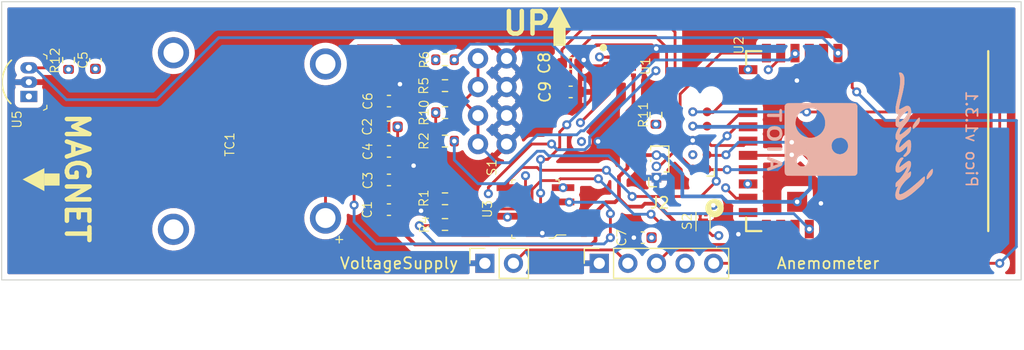
<source format=kicad_pcb>
(kicad_pcb (version 20211014) (generator pcbnew)
  (title_block (title "AIOT Pico") (date "2022-04-15") (rev "v1.1") (company "INRIA Paris") (comment 1 "AIO Team") (comment 2 "Author: Charles Thonier") (comment 4 "AISLER Project ID: NDZZCBJM"))
  (layers (0 "F.Cu" signal) (1 "In1.Cu" signal) (2 "In2.Cu" signal) (31 "B.Cu" signal) (34 "B.Paste" user) (35 "F.Paste" user) (36 "B.SilkS" user "B.Silkscreen") (37 "F.SilkS" user "F.Silkscreen") (38 "B.Mask" user) (39 "F.Mask" user) (44 "Edge.Cuts" user))
  (net 0 "")
  (net 1 "GND")
  (net 2 "Net-(R1-Pad2)")
  (net 3 "Net-(R2-Pad2)")
  (net 4 "Net-(R5-Pad1)")
  (net 5 "Net-(R12-Pad2)")
  (net 6 "Net-(C7-Pad2)")
  (net 7 "Net-(R10-Pad2)")
  (net 8 "Net-(R11-Pad2)")
  (net 9 "Net-(C2-Pad2)")
  (net 10 "Net-(C2-Pad1)")
  (net 11 "Net-(R6-Pad1)")
  (net 12 "/VIN")
  (net 38 "/OUT")
  (net 42 "Net-(S2-Pad4)")
  (net 43 "Net-(J1-Pad9)")
  (net 44 "Net-(J1-Pad6)")
  (net 45 "Net-(J1-Pad5)")
  (net 46 "Net-(J1-Pad4)")
  (net 47 "Net-(J1-Pad3)")
  (net 48 "Net-(J1-Pad2)")
  (net 49 "Net-(J1-Pad10)")
  (net 50 "Net-(J1-Pad1)")
  (net 51 "VDD")
  (net 52 "Net-(U2-Pad21)")
  (net 53 "Net-(U2-Pad17)")
  (net 54 "/SHDN")
  (footprint "digikey-footprints:TO-92-3" (layer "F.Cu") (at 114.445 102 90)
    (fp_text reference "U5")
    (fp_text value "DRV5032AJ" hide)
  )
  (footprint "Capacitor_SMD:C_0603_1608Metric" (layer "F.Cu") (at 120.36 98.7714 90)
    (fp_text reference "C5")
    (fp_text value "100nF" hide)
  )
  (footprint "Resistor_SMD:R_0603_1608Metric" (layer "F.Cu") (at 151.4004 111.1026)
    (fp_text reference "R1")
    (fp_text value "10k" hide)
  )
  (footprint "iot_lib:dusty_pcb_ant" (layer "F.Cu") (at 192.0404 105.9718 -90)
    (fp_text reference "U2")
    (fp_text value "ITM-DYPA-B-02" hide)
  )
  (footprint "Capacitor_SMD:C_0603_1608Metric" (layer "F.Cu") (at 162.56 99.06 180)
    (fp_text reference "C8")
    (fp_text value "10uF")
  )
  (footprint "digikey-footprints:Thermocouple_Connector_PCC-SMP-K" (layer "F.Cu") (at 132.2996 106.2766 90)
    (fp_text reference "TC1")
    (fp_text value "Thermocouple" hide)
  )
  (footprint "Resistor_SMD:R_0603_1608Metric" (layer "F.Cu") (at 117.97 98.7714 90)
    (fp_text reference "R12")
    (fp_text value "100k" hide)
  )
  (footprint "iot_lib:sht_31" (layer "F.Cu") (at 167.06 99.31)
    (fp_text reference "U1")
    (fp_text value "SHT31" hide)
  )
  (footprint "Resistor_SMD:R_0603_1608Metric" (layer "F.Cu") (at 151.4004 113.3886)
    (fp_text reference "R4")
    (fp_text value "1M" hide)
  )
  (footprint "iot_lib:tag-connect_10_pins_no_hooks" (layer "F.Cu") (at 174.04 105.9114 90)
    (fp_text reference "J1" hide)
    (fp_text value "Tag-Connect" hide)
  )
  (footprint "Capacitor_SMD:C_0603_1608Metric" (layer "F.Cu") (at 168.9702 114.557)
    (fp_text reference "C7")
    (fp_text value "100nF" hide)
  )
  (footprint "Capacitor_SMD:C_0603_1608Metric" (layer "F.Cu") (at 146.422 109.4262)
    (fp_text reference "C3")
    (fp_text value "1uF" hide)
  )
  (footprint "Capacitor_SMD:C_0603_1608Metric" (layer "F.Cu") (at 146.422 104.7018 180)
    (fp_text reference "C2")
    (fp_text value "1uF" hide)
  )
  (footprint "iot_lib:RBS200100" (layer "F.Cu") (at 155.545 102.485 -90)
    (fp_text reference "S1")
    (fp_text value "RBS200100" hide)
  )
  (footprint "Resistor_SMD:R_0603_1608Metric" (layer "F.Cu") (at 151.4004 105.9718)
    (fp_text reference "R2")
    (fp_text value "10k" hide)
  )
  (footprint "Connector_PinSocket_2.54mm:PinSocket_1x05_P2.54mm_Vertical" (layer "F.Cu") (at 165.1 116.84 90)
    (fp_text reference "Anemometer")
    (fp_text value "Conn_01x05_Female")
  )
  (footprint "Capacitor_SMD:C_0603_1608Metric" (layer "F.Cu") (at 162.56 101.6)
    (fp_text reference "C9")
    (fp_text value "10uF")
  )
  (footprint "digikey-footprints:SOIC-7-8_W3.9mm" (layer "F.Cu") (at 159.4328 112.017 90)
    (fp_text reference "U3")
    (fp_text value "MAX6674" hide)
  )
  (footprint "Resistor_SMD:R_0603_1608Metric" (layer "F.Cu") (at 170.13 103.65 -90)
    (fp_text reference "R11")
    (fp_text value "1M" hide)
  )
  (footprint "Capacitor_SMD:C_0603_1608Metric" (layer "F.Cu") (at 146.422 102.4158)
    (fp_text reference "C6")
    (fp_text value "1uF" hide)
  )
  (footprint "Resistor_SMD:R_0603_1608Metric" (layer "F.Cu") (at 151.4004 98.74)
    (fp_text reference "R6")
    (fp_text value "100" hide)
  )
  (footprint "Resistor_SMD:R_0603_1608Metric" (layer "F.Cu") (at 151.4004 103.44)
    (fp_text reference "R10")
    (fp_text value "1M" hide)
  )
  (footprint "Connector_PinSocket_1.00mm:PinSocket_1x03_P1.00mm_Vertical" (layer "F.Cu") (at 170.18 109.22 180)
    (fp_text reference "J2")
    (fp_text value "Conn_01x03_Female")
  )
  (footprint "Capacitor_SMD:C_0603_1608Metric" (layer "F.Cu") (at 146.422 112.0678)
    (fp_text reference "C1")
    (fp_text value "100nF" hide)
  )
  (footprint "Resistor_SMD:R_0603_1608Metric" (layer "F.Cu") (at 151.4004 101.04 180)
    (fp_text reference "R5")
    (fp_text value "100" hide)
  )
  (footprint "Capacitor_SMD:C_0603_1608Metric" (layer "F.Cu") (at 146.422 106.8862 180)
    (fp_text reference "C4")
    (fp_text value "1uF" hide)
  )
  (footprint "iot_lib:TDFN4_1.2mmx1.6mm" (layer "F.Cu") (at 174.3125 113.1364 -90)
    (fp_text reference "S2")
    (fp_text value "SiP32431DNP3-T1GE4" hide)
  )
  (footprint "Connector_PinSocket_2.54mm:PinSocket_1x02_P2.54mm_Vertical" (layer "F.Cu") (at 154.94 116.84 90)
    (fp_text reference "VoltageSupply")
    (fp_text value "Conn_01x02_Female")
  )
  (gr_curve (pts (xy 181.320961 103.703893) (xy 181.317589 104.143675) (xy 181.315689 104.175465) (xy 181.291155 104.202557)) (layer "B.SilkS") (width 0.04))
  (gr_line (start 181.16 103.6814) (end 180.13 103.6814) (layer "B.SilkS") (width 0.25))
  (gr_line (start 192.468274 106.388439) (end 192.263222 106.593371) (layer "B.SilkS") (width 0.03))
  (gr_curve (pts (xy 188.009473 105.833359) (xy 188.009181 108.711232) (xy 188.008353 108.807191) (xy 187.983356 108.860471)) (layer "B.SilkS") (width 0.04))
  (gr_curve (pts (xy 180.670816 106.803912) (xy 180.069019 106.803912) (xy 180.034933 106.800676) (xy 180.012183 106.741393)) (layer "B.SilkS") (width 0.04))
  (gr_curve (pts (xy 191.42317 104.340232) (xy 191.42317 104.12626) (xy 191.432622 104.073996) (xy 191.494136 103.947859)) (layer "B.SilkS") (width 0.03))
  (gr_curve (pts (xy 181.323131 106.609256) (xy 181.339535 106.639907) (xy 181.342733 106.706778) (xy 181.329449 106.741393)) (layer "B.SilkS") (width 0.04))
  (gr_poly (pts (xy 187.208109 106.4014) (xy 187.17 106.1414) (xy 187.02 105.8814) (xy 186.79 105.7214) (xy 186.62 105.6614) (xy 186.19 105.7114) (xy 185.93 105.8614) (xy 185.78 106.0814) (xy 185.72 106.3014) (xy 185.72 106.3714) (xy 185.74 106.6414) (xy 185.89 106.8914) (xy 186.03 107.0214) (xy 186.24 107.1214) (xy 186.51 107.1614) (xy 186.75 107.0914) (xy 186.75 107.5314) (xy 183.63 107.5214) (xy 183.56 107.4414) (xy 183.51 107.3214) (xy 183.5 106.2414) (xy 185 106.2114) (xy 184.55 105.5214) (xy 184.8 105.3014) (xy 184.96 105.1014) (xy 185.08 104.8714) (xy 188.01 105.1814) (xy 188.01 106.3814)) (layer "B.SilkS") (width 0.01) (fill solid))
  (gr_curve (pts (xy 180.303135 107.726034) (xy 180.285949 107.718892) (xy 180.222921 107.693213) (xy 180.163075 107.668969)) (layer "B.SilkS") (width 0.04))
  (gr_line (start 191.637057 105.892546) (end 191.557262 105.866088) (layer "B.SilkS") (width 0.03))
  (gr_curve (pts (xy 181.334619 105.331822) (xy 181.321451 105.618589) (xy 181.200869 105.790079) (xy 180.945403 105.885357)) (layer "B.SilkS") (width 0.04))
  (gr_curve (pts (xy 183.603664 107.517532) (xy 183.498579 107.300819) (xy 183.267145 107.175496) (xy 183.046958 107.216072)) (layer "B.SilkS") (width 0.04))
  (gr_curve (pts (xy 192.559511 108.802963) (xy 192.636161 108.737479) (xy 192.712247 108.6839) (xy 192.728591 108.6839)) (layer "B.SilkS") (width 0.03))
  (gr_curve (pts (xy 181.812585 102.62323) (xy 181.851083 102.612862) (xy 182.746004 102.608387) (xy 184.792066 102.608334)) (layer "B.SilkS") (width 0.04))
  (gr_curve (pts (xy 193.000273 104.516321) (xy 193.107664 104.313206) (xy 193.45336 103.894942) (xy 193.513844 103.894942)) (layer "B.SilkS") (width 0.03))
  (gr_curve (pts (xy 180.900227 104.958478) (xy 180.796528 104.917533) (xy 180.569956 104.913894) (xy 180.461443 104.95143)) (layer "B.SilkS") (width 0.04))
  (gr_curve (pts (xy 186.310878 107.14088) (xy 186.43205 107.16632) (xy 186.492539 107.166303) (xy 186.613516 107.140784)) (layer "B.SilkS") (width 0.04))
  (gr_curve (pts (xy 191.980552 108.148119) (xy 192.464979 107.754784) (xy 192.579149 107.693946) (xy 192.692939 107.768504)) (layer "B.SilkS") (width 0.03))
  (gr_curve (pts (xy 182.903556 108.196401) (xy 182.987493 108.237723) (xy 183.005854 108.24144) (xy 183.126018 108.24144)) (layer "B.SilkS") (width 0.04))
  (gr_curve (pts (xy 191.509577 104.664347) (xy 191.423701 104.58756) (xy 191.42317 104.585566) (xy 191.42317 104.340232)) (layer "B.SilkS") (width 0.03))
  (gr_curve (pts (xy 191.41881 103.225195) (xy 191.41594 103.120613) (xy 191.424073 102.975515) (xy 191.436885 102.902754)) (layer "B.SilkS") (width 0.03))
  (gr_line (start 191.700864 103.620238) (end 191.628163 103.588984) (layer "B.SilkS") (width 0.03))
  (gr_curve (pts (xy 191.574321 109.990194) (xy 191.511933 110.029489) (xy 191.449425 110.054555) (xy 191.435414 110.045896)) (layer "B.SilkS") (width 0.03))
  (gr_curve (pts (xy 180.677695 105.916287) (xy 180.519011 105.916587) (xy 180.478656 105.912029) (xy 180.400388 105.88498)) (layer "B.SilkS") (width 0.04))
  (gr_curve (pts (xy 182.527804 104.593221) (xy 182.599388 105.003713) (xy 182.871671 105.370035) (xy 183.243235 105.55574)) (layer "B.SilkS") (width 0.04))
  (gr_poly (pts (xy 185.08 104.9114) (xy 185.17 104.5714) (xy 185.17 104.1614) (xy 185.06 103.7914) (xy 184.88 103.5014) (xy 184.56 103.2214) (xy 184.2 103.0714) (xy 184.02 103.0314) (xy 183.79 103.0314) (xy 183.47 103.0814) (xy 183.21 103.1814) (xy 183 103.3114) (xy 182.83 103.4714) (xy 182.65 103.7614) (xy 182.55 104.0414) (xy 182.51 104.3314) (xy 182.527804 104.593221) (xy 182.66 104.9914) (xy 182.77 105.1514) (xy 183.04 105.4314) (xy 183.32 105.5814) (xy 183.7 105.6914) (xy 183.99 105.6914) (xy 184.36 105.6014) (xy 184.67 105.4114) (xy 185.24 106.3014) (xy 181.57 106.2614) (xy 181.58 102.8814) (xy 181.68 102.6914) (xy 181.85 102.6114) (xy 187.5 102.6114) (xy 187.86 102.6414) (xy 187.991869 102.8114) (xy 188 102.9214) (xy 188.01 105.2314)) (layer "B.SilkS") (width 0.01) (fill solid))
  (gr_curve (pts (xy 191.994083 107.440359) (xy 192.049441 107.440359) (xy 192.102095 107.452269) (xy 192.111092 107.466826)) (layer "B.SilkS") (width 0.03))
  (gr_poly (pts (xy 186.73 107.5214) (xy 186.71 107.1114) (xy 186.88 107.0214) (xy 187.03 106.9014) (xy 187.13 106.7414) (xy 187.21 106.4814) (xy 187.208109 106.363715) (xy 188.01 106.3514) (xy 188.01 107.5314)) (layer "B.SilkS") (width 0.01) (fill solid))
  (gr_line (start 191.563149 106.038067) (end 191.637057 105.892546) (layer "B.SilkS") (width 0.03))
  (gr_line (start 180.088287 103.557438) (end 180.596213 103.557438) (layer "B.SilkS") (width 0.04))
  (gr_curve (pts (xy 183.346407 108.198871) (xy 183.460047 108.144768) (xy 183.545494 108.059322) (xy 183.599597 107.945681)) (layer "B.SilkS") (width 0.04))
  (gr_curve (pts (xy 191.612394 102.109004) (xy 191.830686 101.220027) (xy 191.891789 100.350816) (xy 191.757354 100.046902)) (layer "B.SilkS") (width 0.03))
  (gr_curve (pts (xy 192.241146 107.122941) (xy 192.428769 106.926238) (xy 192.468274 106.832588) (xy 192.468274 106.58452)) (layer "B.SilkS") (width 0.03))
  (gr_line (start 180.43 107.6814) (end 180.42 108.3114) (layer "B.SilkS") (width 0.22))
  (gr_curve (pts (xy 181.131651 105.304231) (xy 181.131651 105.14037) (xy 181.049302 105.017338) (xy 180.900227 104.958478)) (layer "B.SilkS") (width 0.04))
  (gr_curve (pts (xy 194.197523 109.107234) (xy 194.231914 108.948265) (xy 194.3303 108.78956) (xy 194.527236 108.575383)) (layer "B.SilkS") (width 0.03))
  (gr_poly (pts (xy 192.72 103.7414) (xy 192.6 104.0414) (xy 192.44 104.2714) (xy 192.16 104.0214) (xy 192.17 104.0014) (xy 192.38 103.7414) (xy 192.46 103.5814) (xy 192.53 103.4014) (xy 192.520472 103.285238) (xy 192.4 103.3114) (xy 192.115667 103.548322) (xy 191.91 103.7614) (xy 191.77 103.9914) (xy 191.56 103.8414) (xy 191.62 103.7414) (xy 191.700864 103.620238) (xy 191.56 103.5514) (xy 191.45 103.4414) (xy 191.41881 103.2714) (xy 191.43 102.9714) (xy 191.5 102.5814) (xy 191.59 102.1914) (xy 191.7 101.7114) (xy 191.81 101.0314) (xy 191.83 100.4614) (xy 191.79 100.1614) (xy 191.73 99.9714) (xy 191.72 99.9114) (xy 191.76 99.8814) (xy 191.93 99.9114) (xy 192 99.9614) (xy 192.09 100.0614) (xy 192.16 100.2414) (xy 192.2 100.5414) (xy 192.18 100.8314) (xy 192.13 101.1814) (xy 192.04 101.6414) (xy 191.91 102.1514) (xy 191.77 102.7314) (xy 191.71 103.0414) (xy 191.71 103.1014) (xy 191.73 103.1414) (xy 191.8 103.1514) (xy 191.94 103.0714) (xy 192.36 102.8514) (xy 192.55 102.8514) (xy 192.66 102.9314) (xy 192.75 103.0914) (xy 192.79 103.2614) (xy 192.79 103.4414)) (layer "B.SilkS") (width 0.01) (fill solid))
  (gr_curve (pts (xy 191.557262 105.866088) (xy 191.456035 105.832524) (xy 191.410786 105.742803) (xy 191.410478 105.575046)) (layer "B.SilkS") (width 0.03))
  (gr_curve (pts (xy 183.599597 107.945681) (xy 183.638103 107.864801) (xy 183.642119 107.843791) (xy 183.641672 107.725581)) (layer "B.SilkS") (width 0.04))
  (gr_curve (pts (xy 180.945403 105.885357) (xy 180.875813 105.911311) (xy 180.835301 105.915992) (xy 180.677695 105.916287)) (layer "B.SilkS") (width 0.04))
  (gr_curve (pts (xy 193.540757 104.198899) (xy 193.498688 104.387992) (xy 193.490554 104.400935) (xy 193.267263 104.634115)) (layer "B.SilkS") (width 0.03))
  (gr_curve (pts (xy 192.728591 108.6839) (xy 192.821362 108.6839) (xy 192.773948 109.052938) (xy 192.667268 109.161197)) (layer "B.SilkS") (width 0.03))
  (gr_curve (pts (xy 181.242985 107.836286) (xy 181.307714 107.869308) (xy 181.337995 107.92375) (xy 181.337995 108.007103)) (layer "B.SilkS") (width 0.04))
  (gr_curve (pts (xy 185.72727 106.219978) (xy 185.70366 106.31548) (xy 185.717364 106.566052) (xy 185.751278 106.658927)) (layer "B.SilkS") (width 0.04))
  (gr_curve (pts (xy 180.038215 105.538338) (xy 180.0035 105.452408) (xy 179.995764 105.189025) (xy 180.024883 105.084382)) (layer "B.SilkS") (width 0.04))
  (gr_curve (pts (xy 191.825524 106.067577) (xy 191.704335 106.325518) (xy 191.678015 106.540775) (xy 191.767666 106.540775)) (layer "B.SilkS") (width 0.03))
  (gr_curve (pts (xy 180.400388 105.88498) (xy 180.229191 105.825817) (xy 180.107175 105.709033) (xy 180.038215 105.538338)) (layer "B.SilkS") (width 0.04))
  (gr_curve (pts (xy 192.263222 106.593371) (xy 192.011617 106.844828) (xy 191.830951 106.964109) (xy 191.701689 106.964109)) (layer "B.SilkS") (width 0.03))
  (gr_line (start 180.191586 108.317607) (end 180.326911 108.26518) (layer "B.SilkS") (width 0.04))
  (gr_curve (pts (xy 191.701689 106.964109) (xy 191.378106 106.964109) (xy 191.313193 106.530211) (xy 191.563149 106.038067)) (layer "B.SilkS") (width 0.03))
  (gr_curve (pts (xy 192.111092 107.466826) (xy 192.120089 107.481383) (xy 192.08043 107.549844) (xy 192.02296 107.618962)) (layer "B.SilkS") (width 0.03))
  (gr_curve (pts (xy 191.849259 99.885276) (xy 192.13762 99.939373) (xy 192.250913 100.32376) (xy 192.165756 100.959111)) (layer "B.SilkS") (width 0.03))
  (gr_curve (pts (xy 186.992156 106.928896) (xy 187.157729 106.761979) (xy 187.220861 106.596753) (xy 187.208109 106.363715)) (layer "B.SilkS") (width 0.04))
  (gr_curve (pts (xy 191.767666 106.540775) (xy 191.786675 106.540775) (xy 191.944365 106.405075) (xy 192.118086 106.239219)) (layer "B.SilkS") (width 0.03))
  (gr_curve (pts (xy 193.513844 103.894942) (xy 193.576242 103.894942) (xy 193.585392 103.998275) (xy 193.540757 104.198899)) (layer "B.SilkS") (width 0.03))
  (gr_curve (pts (xy 192.426473 108.260567) (xy 192.418034 108.260567) (xy 192.298204 108.354825) (xy 192.160182 108.470029)) (layer "B.SilkS") (width 0.03))
  (gr_poly (pts (xy 194 109.3714) (xy 193.97 109.5214) (xy 193.92 109.6314) (xy 193.81 109.7814) (xy 193.55 110.0414) (xy 193.14 110.4114) (xy 192.77 110.7214) (xy 192.37 110.9814) (xy 192.2 111.0814) (xy 192.01 111.1714) (xy 191.79 111.2114) (xy 191.7 111.2114) (xy 191.59 111.174975) (xy 191.48 111.0814) (xy 191.42 110.9714) (xy 191.4 110.7914) (xy 191.41 110.6114) (xy 191.53 110.2014) (xy 191.656986 109.956168) (xy 191.62 109.9614) (xy 191.49 110.0314) (xy 191.435414 110.045896) (xy 191.42 110.0114) (xy 191.41 109.8614) (xy 191.46 109.6714) (xy 191.83 109.3014) (xy 192.03 109.0414) (xy 192.24 108.7414) (xy 192.38 108.4414) (xy 192.45 108.2814) (xy 192.426473 108.260567) (xy 192.35 108.3214) (xy 192.22 108.4214) (xy 192.06 108.5514) (xy 191.89 108.6814) (xy 191.74 108.7414) (xy 191.62 108.7614) (xy 191.52 108.7414) (xy 191.46 108.6914) (xy 191.41592 108.5414) (xy 191.42 108.3214) (xy 191.47 108.0714) (xy 191.59 107.8214) (xy 191.75 107.5914) (xy 191.88 107.4614) (xy 192.02 107.4414) (xy 192.111092 107.466826) (xy 192.09 107.5314) (xy 192 107.6514) (xy 191.89 107.8214) (xy 191.8 107.9914) (xy 191.74 108.1814) (xy 191.72 108.2714) (xy 191.74 108.313484) (xy 191.76 108.3114) (xy 192.02 108.1114) (xy 192.42 107.8214) (xy 192.56 107.7414) (xy 192.67 107.7514) (xy 192.73 107.8014) (xy 192.77 107.9014) (xy 192.78 108.0914) (xy 192.73 108.2914) (xy 192.63 108.5314) (xy 192.5 108.7614) (xy 192.404567 108.922025) (xy 192.559511 108.802963) (xy 192.7 108.7014) (xy 192.75 108.6914) (xy 192.77 108.7214) (xy 192.78 108.8214) (xy 192.74 109.0214) (xy 192.69 109.1414) (xy 192.51 109.3014) (xy 192.26 109.5314) (xy 192.08 109.7514) (xy 191.94 109.9414) (xy 191.81 110.1714) (xy 191.74 110.3914) (xy 191.72 110.5114) (xy 191.71 110.5814) (xy 191.72 110.6614) (xy 191.82 110.7114) (xy 192.01 110.6614) (xy 192.27 110.5114) (xy 192.59 110.2914) (xy 193.41 109.6214) (xy 193.82 109.2314) (xy 193.969784 109.127025) (xy 193.99 109.1514) (xy 194.01 109.2414)) (layer "B.SilkS") (width 0.01) (fill solid))
  (gr_curve (pts (xy 181.573034 105.828928) (xy 181.573694 104.205095) (xy 181.579316 102.859567) (xy 181.585548 102.838867)) (layer "B.SilkS") (width 0.04))
  (gr_poly (pts (xy 187.983356 108.860471) (xy 187.89 108.9814) (xy 187.74 109.0414) (xy 181.97 109.0414) (xy 181.74 109.0114) (xy 181.62 108.9114) (xy 181.58 108.7214) (xy 181.56 106.2414) (xy 183.52 106.2514) (xy 183.56 107.4414) (xy 183.4 107.2914) (xy 183.18 107.2114) (xy 182.92 107.2514) (xy 182.7 107.4214) (xy 182.61 107.6514) (xy 182.62 107.8914) (xy 182.75 108.1114) (xy 182.95 108.2214) (xy 183.2 108.2414) (xy 183.36 108.1914) (xy 183.55 108.0414) (xy 183.65 107.7614) (xy 183.59 107.4714) (xy 188.01 107.4814) (xy 188.01 108.1914)) (layer "B.SilkS") (width 0.01) (fill solid))
  (gr_line (start 194.197523 109.107234) (end 194.197523 109.107234) (layer "B.SilkS") (width 0.03))
  (gr_curve (pts (xy 180.458852 105.62916) (xy 180.566634 105.666391) (xy 180.79587 105.66451) (xy 180.892732 105.6256)) (layer "B.SilkS") (width 0.04))
  (gr_curve (pts (xy 194.185609 109.34229) (xy 194.157512 109.297925) (xy 194.157892 109.290429) (xy 194.197523 109.107234)) (layer "B.SilkS") (width 0.03))
  (gr_curve (pts (xy 191.749161 108.313484) (xy 191.764412 108.313484) (xy 191.868538 108.23907) (xy 191.980552 108.148119)) (layer "B.SilkS") (width 0.03))
  (gr_curve (pts (xy 192.404567 108.922025) (xy 192.413136 108.922025) (xy 192.48286 108.868447) (xy 192.559511 108.802963)) (layer "B.SilkS") (width 0.03))
  (gr_curve (pts (xy 180.039905 107.431698) (xy 180.063712 107.407891) (xy 180.091033 107.395431) (xy 180.119429 107.395431)) (layer "B.SilkS") (width 0.04))
  (gr_curve (pts (xy 192.160182 108.470029) (xy 191.873748 108.709112) (xy 191.775511 108.763275) (xy 191.628324 108.763275)) (layer "B.SilkS") (width 0.03))
  (gr_poly (pts (xy 192.71 105.1314) (xy 192.61 105.2514) (xy 192.51 105.3514) (xy 192.24 105.5914) (xy 192.06 105.7114) (xy 191.97 105.8014) (xy 191.9 105.9214) (xy 191.825524 106.067577) (xy 191.75 106.2514) (xy 191.71 106.4114) (xy 191.72 106.4914) (xy 191.75 106.540775) (xy 191.78 106.5414) (xy 192.41 105.9714) (xy 192.56 105.8714) (xy 192.63 105.8614) (xy 192.71 105.9014) (xy 192.76 106.0314) (xy 192.78 106.2014) (xy 192.78 106.5114) (xy 192.75 106.7814) (xy 192.72 106.8814) (xy 192.68 106.9814) (xy 192.56 107.1214) (xy 192.36 107.2914) (xy 192.23 107.360984) (xy 192.14 107.3414) (xy 192.11 107.3014) (xy 192.14 107.2414) (xy 192.35 107.0114) (xy 192.41 106.9014) (xy 192.46 106.7614) (xy 192.468274 106.58452) (xy 192.468274 106.388439) (xy 192.11 106.7414) (xy 191.97 106.8614) (xy 191.88 106.9114) (xy 191.76 106.9614) (xy 191.59 106.9514) (xy 191.48 106.8614) (xy 191.42 106.7114) (xy 191.41 106.4814) (xy 191.48 106.2214) (xy 191.637057 105.892546) (xy 191.48 105.8214) (xy 191.42 105.7314) (xy 191.410478 105.6014) (xy 191.43 105.4014) (xy 191.49 105.2014) (xy 191.63 104.8914) (xy 191.732311 104.741609) (xy 191.61 104.7214) (xy 191.509577 104.664347) (xy 191.44 104.5814) (xy 191.42317 104.4614) (xy 191.42 104.3314) (xy 191.43 104.0814) (xy 191.56 103.8214) (xy 191.77 103.9714) (xy 191.7 104.1814) (xy 191.727085 104.2414) (xy 191.76 104.2814) (xy 191.8 104.2814) (xy 191.94 104.2014) (xy 192.18 104.0014) (xy 192.45 104.2614) (xy 192.23 104.5314) (xy 191.97 104.8514) (xy 191.78 105.2014) (xy 191.753905 105.317077) (xy 191.77 105.3814) (xy 191.82 105.4014) (xy 192.02 105.2914) (xy 192.29 105.0714) (xy 192.67 104.7414) (xy 192.761528 104.703288) (xy 192.78 104.7414) (xy 192.78 104.9114)) (layer "B.SilkS") (width 0.01) (fill solid))
  (gr_curve (pts (xy 192.747172 103.645188) (xy 192.708037 103.811116) (xy 192.555855 104.13693) (xy 192.474839 104.228241)) (layer "B.SilkS") (width 0.03))
  (gr_line (start 185.751278 106.658927) (end 185.751278 106.658927) (layer "B.SilkS") (width 0.04))
  (gr_curve (pts (xy 186.613516 107.140784) (xy 186.765466 107.10874) (xy 186.874018 107.047994) (xy 186.992156 106.928896)) (layer "B.SilkS") (width 0.04))
  (gr_curve (pts (xy 180.800343 107.904412) (xy 180.663662 107.855234) (xy 180.546104 107.812933) (xy 180.539104 107.810411)) (layer "B.SilkS") (width 0.04))
  (gr_curve (pts (xy 184.887849 105.198493) (xy 185.083046 104.954966) (xy 185.178518 104.680274) (xy 185.178518 104.362179)) (layer "B.SilkS") (width 0.04))
  (gr_line (start 180.045963 103.593052) (end 180.045963 103.593052) (layer "B.SilkS") (width 0.04))
  (gr_curve (pts (xy 180.024882 105.084382) (xy 180.048415 104.999809) (xy 180.115933 104.880353) (xy 180.168486 104.830312)) (layer "B.SilkS") (width 0.04))
  (gr_curve (pts (xy 184.892622 103.531318) (xy 184.509079 103.046273) (xy 183.837065 102.888131) (xy 183.280267 103.151888)) (layer "B.SilkS") (width 0.04))
  (gr_curve (pts (xy 180.892732 105.6256) (xy 181.048382 105.563073) (xy 181.131651 105.451068) (xy 181.131651 105.304231)) (layer "B.SilkS") (width 0.04))
  (gr_curve (pts (xy 180.119429 107.395431) (xy 180.158357 107.395431) (xy 181.113306 107.770129) (xy 181.242985 107.836286)) (layer "B.SilkS") (width 0.04))
  (gr_curve (pts (xy 192.78 106.4614) (xy 192.765679 106.873214) (xy 192.737644 106.942774) (xy 192.490412 107.179919)) (layer "B.SilkS") (width 0.03))
  (gr_curve (pts (xy 192.165756 100.959111) (xy 192.118751 101.309816) (xy 192.054394 101.605604) (xy 191.872389 102.307442)) (layer "B.SilkS") (width 0.03))
  (gr_line (start 191.727085 104.265359) (end 191.727085 104.265359) (layer "B.SilkS") (width 0.03))
  (gr_curve (pts (xy 192.490412 107.179919) (xy 192.333104 107.330809) (xy 192.286732 107.360984) (xy 192.21215 107.360984)) (layer "B.SilkS") (width 0.03))
  (gr_curve (pts (xy 180.036826 103.773332) (xy 179.987158 103.715568) (xy 179.991024 103.639279) (xy 180.045963 103.593052)) (layer "B.SilkS") (width 0.04))
  (gr_curve (pts (xy 180.120196 108.592225) (xy 180.051618 108.592225) (xy 180.003639 108.542396) (xy 180.003639 108.471176)) (layer "B.SilkS") (width 0.04))
  (gr_curve (pts (xy 191.664148 104.741609) (xy 191.62619 104.741609) (xy 191.557693 104.707371) (xy 191.509577 104.664347)) (layer "B.SilkS") (width 0.03))
  (gr_curve (pts (xy 191.436885 102.902754) (xy 191.461772 102.761407) (xy 191.548424 102.369518) (xy 191.612394 102.109004)) (layer "B.SilkS") (width 0.03))
  (gr_curve (pts (xy 180.019218 106.606597) (xy 180.054028 106.546714) (xy 180.096448 106.542544) (xy 180.670817 106.542544)) (layer "B.SilkS") (width 0.04))
  (gr_curve (pts (xy 192.560775 110.312852) (xy 192.913946 110.050218) (xy 193.140696 109.85765) (xy 193.592753 109.436438)) (layer "B.SilkS") (width 0.03))
  (gr_line (start 180.019217 106.606597) (end 180.019217 106.606597) (layer "B.SilkS") (width 0.04))
  (gr_curve (pts (xy 192.115667 103.548322) (xy 191.802401 103.851206) (xy 191.646492 104.138899) (xy 191.727085 104.265359)) (layer "B.SilkS") (width 0.03))
  (gr_curve (pts (xy 193.267263 104.634115) (xy 193.140689 104.766295) (xy 193.016292 104.87432) (xy 192.990826 104.874171)) (layer "B.SilkS") (width 0.03))
  (gr_curve (pts (xy 185.922408 105.87948) (xy 185.834968 105.967953) (xy 185.75514 106.107246) (xy 185.72727 106.219978)) (layer "B.SilkS") (width 0.04))
  (gr_curve (pts (xy 191.727085 104.265359) (xy 191.783521 104.353913) (xy 192.147147 104.077143) (xy 192.335411 103.802338)) (layer "B.SilkS") (width 0.03))
  (gr_curve (pts (xy 181.176592 103.14323) (xy 181.210703 103.129101) (xy 181.224238 103.129614) (xy 181.253707 103.146155)) (layer "B.SilkS") (width 0.04))
  (gr_curve (pts (xy 180.670817 106.542544) (xy 181.249706 106.542544) (xy 181.289612 106.546626) (xy 181.323131 106.609256)) (layer "B.SilkS") (width 0.04))
  (gr_curve (pts (xy 191.414753 110.590606) (xy 191.436901 110.432915) (xy 191.58593 110.042587) (xy 191.656986 109.956168)) (layer "B.SilkS") (width 0.03))
  (gr_curve (pts (xy 194.678514 108.839902) (xy 194.635644 108.961408) (xy 194.467954 109.169674) (xy 194.310881 109.296492)) (layer "B.SilkS") (width 0.03))
  (gr_curve (pts (xy 191.757354 100.046902) (xy 191.689369 99.893211) (xy 191.708858 99.858936) (xy 191.849259 99.885276)) (layer "B.SilkS") (width 0.03))
  (gr_curve (pts (xy 187.208109 106.363715) (xy 187.199823 106.21231) (xy 187.165986 106.103604) (xy 187.092785 105.993221)) (layer "B.SilkS") (width 0.04))
  (gr_curve (pts (xy 191.872389 102.307442) (xy 191.74874 102.784249) (xy 191.690281 103.08893) (xy 191.714825 103.128644)) (layer "B.SilkS") (width 0.03))
  (gr_curve (pts (xy 180.708901 108.379595) (xy 180.369782 108.513206) (xy 180.151004 108.592225) (xy 180.120196 108.592225)) (layer "B.SilkS") (width 0.04))
  (gr_line (start 191.436885 102.902754) (end 191.436885 102.902754) (layer "B.SilkS") (width 0.03))
  (gr_curve (pts (xy 184.792066 102.608334) (xy 187.965259 102.60825) (xy 187.789358 102.604049) (xy 187.892045 102.682372)) (layer "B.SilkS") (width 0.04))
  (gr_curve (pts (xy 191.628324 108.763275) (xy 191.491633 108.763275) (xy 191.432422 108.696897) (xy 191.41592 108.525159)) (layer "B.SilkS") (width 0.03))
  (gr_curve (pts (xy 183.126018 108.24144) (xy 183.243999 108.24144) (xy 183.265861 108.237218) (xy 183.346407 108.198871)) (layer "B.SilkS") (width 0.04))
  (gr_curve (pts (xy 192.335411 103.802338) (xy 192.480515 103.590532) (xy 192.564361 103.356251) (xy 192.520472 103.285238)) (layer "B.SilkS") (width 0.03))
  (gr_line (start 192.468274 106.58452) (end 192.468274 106.388439) (layer "B.SilkS") (width 0.03))
  (gr_curve (pts (xy 187.825486 109.019942) (xy 187.770976 109.044698) (xy 187.666937 109.045577) (xy 184.790813 109.045577)) (layer "B.SilkS") (width 0.04))
  (gr_line (start 180.039906 107.431698) (end 180.039906 107.431698) (layer "B.SilkS") (width 0.04))
  (gr_line (start 180.596213 103.557438) (end 181.104139 103.557438) (layer "B.SilkS") (width 0.04))
  (gr_curve (pts (xy 193.592753 109.436438) (xy 193.78193 109.260169) (xy 193.951594 109.120933) (xy 193.969784 109.127025)) (layer "B.SilkS") (width 0.03))
  (gr_curve (pts (xy 192.474839 104.228241) (xy 192.025688 104.734468) (xy 191.753917 105.144926) (xy 191.753905 105.317077)) (layer "B.SilkS") (width 0.03))
  (gr_curve (pts (xy 187.092785 105.993221) (xy 186.823888 105.587743) (xy 186.264473 105.533377) (xy 185.922408 105.87948)) (layer "B.SilkS") (width 0.04))
  (gr_line (start 181.585548 102.838867) (end 181.585548 102.838867) (layer "B.SilkS") (width 0.04))
  (gr_curve (pts (xy 185.178518 104.362179) (xy 185.178518 104.046847) (xy 185.084719 103.774251) (xy 184.892622 103.531318)) (layer "B.SilkS") (width 0.04))
  (gr_curve (pts (xy 192.168924 108.84265) (xy 192.365715 108.544364) (xy 192.491284 108.260567) (xy 192.426473 108.260567)) (layer "B.SilkS") (width 0.03))
  (gr_curve (pts (xy 192.448504 109.358588) (xy 192.094395 109.661571) (xy 191.801539 110.098846) (xy 191.726381 110.436819)) (layer "B.SilkS") (width 0.03))
  (gr_curve (pts (xy 192.479454 108.796102) (xy 192.429697 108.86536) (xy 192.395998 108.922025) (xy 192.404567 108.922025)) (layer "B.SilkS") (width 0.03))
  (gr_curve (pts (xy 192.118086 106.239219) (xy 192.481985 105.891797) (xy 192.576107 105.830827) (xy 192.670529 105.88136)) (layer "B.SilkS") (width 0.03))
  (gr_poly (pts (xy 181.33 105.4014) (xy 181.3 105.5514) (xy 181.24 105.6814) (xy 181.09 105.8014) (xy 180.92 105.8914) (xy 180.73 105.916287) (xy 180.48 105.9014) (xy 180.26 105.8114) (xy 180.14 105.7214) (xy 180.038215 105.538338) (xy 180.02 105.3214) (xy 180.01 105.1214) (xy 180.12 104.8914) (xy 180.27 104.7414) (xy 180.43 104.6914) (xy 180.64 104.658141) (xy 180.89 104.6914) (xy 181.14 104.7914) (xy 181.28 104.9714) (xy 181.32 105.1914) (xy 181.13 105.2314) (xy 181.07 105.0714) (xy 181 105.0214) (xy 180.88 104.9514) (xy 180.73 104.9314) (xy 180.59 104.9314) (xy 180.42 104.9814) (xy 180.32 105.0314) (xy 180.24 105.1314) (xy 180.21 105.2914) (xy 180.22514 105.407653) (xy 180.29 105.5114) (xy 180.38 105.5914) (xy 180.52 105.6514) (xy 180.71 105.6614) (xy 180.88 105.6314) (xy 181.03 105.5414) (xy 181.11 105.3914) (xy 181.13 105.2814) (xy 181.334619 105.2814)) (layer "B.SilkS") (width 0.01) (fill solid))
  (gr_line (start 187.973962 102.789405) (end 188.009775 102.861271) (layer "B.SilkS") (width 0.04))
  (gr_line (start 191.632983 103.711288) (end 191.700864 103.620238) (layer "B.SilkS") (width 0.03))
  (gr_curve (pts (xy 191.753905 105.317077) (xy 191.753892 105.501316) (xy 191.93645 105.392619) (xy 192.557552 104.838576)) (layer "B.SilkS") (width 0.03))
  (gr_curve (pts (xy 191.726381 110.436819) (xy 191.635103 110.847281) (xy 191.893798 110.808846) (xy 192.560775 110.312852)) (layer "B.SilkS") (width 0.03))
  (gr_curve (pts (xy 180.22514 105.407653) (xy 180.246471 105.485878) (xy 180.362548 105.595893) (xy 180.458852 105.62916)) (layer "B.SilkS") (width 0.04))
  (gr_line (start 181.215 106.6814) (end 180.13 106.6714) (layer "B.SilkS") (width 0.25))
  (gr_curve (pts (xy 191.445721 109.707817) (xy 191.465399 109.660719) (xy 191.524689 109.589242) (xy 191.577475 109.54898)) (layer "B.SilkS") (width 0.03))
  (gr_line (start 181.21 108.0614) (end 180.13 108.4714) (layer "B.SilkS") (width 0.22))
  (gr_curve (pts (xy 192.451261 102.836609) (xy 192.729771 102.836609) (xy 192.856321 103.182409) (xy 192.747172 103.645188)) (layer "B.SilkS") (width 0.03))
  (gr_line (start 181.19 107.9314) (end 180.12 107.5114) (layer "B.SilkS") (width 0.25))
  (gr_curve (pts (xy 191.714825 103.128644) (xy 191.745795 103.178753) (xy 191.819131 103.151823) (xy 192.07778 102.995359)) (layer "B.SilkS") (width 0.03))
  (gr_curve (pts (xy 191.611238 111.174975) (xy 191.426341 111.093186) (xy 191.368378 110.920795) (xy 191.414753 110.590606)) (layer "B.SilkS") (width 0.03))
  (gr_curve (pts (xy 181.337995 108.007103) (xy 181.337995 108.058814) (xy 181.330107 108.078454) (xy 181.293287 108.118428)) (layer "B.SilkS") (width 0.04))
  (gr_line (start 181.104139 103.557438) (end 181.104139 103.39301) (layer "B.SilkS") (width 0.04))
  (gr_curve (pts (xy 181.757561 109.020046) (xy 181.727297 109.006004) (xy 181.68268 108.973618) (xy 181.658413 108.948077)) (layer "B.SilkS") (width 0.04))
  (gr_curve (pts (xy 191.628163 103.588984) (xy 191.588177 103.571795) (xy 191.525889 103.525693) (xy 191.489745 103.486537)) (layer "B.SilkS") (width 0.03))
  (gr_curve (pts (xy 193.049497 110.485934) (xy 192.515256 110.930712) (xy 192.178684 111.133974) (xy 191.870495 111.197954)) (layer "B.SilkS") (width 0.03))
  (gr_line (start 191.414753 110.590606) (end 191.414753 110.590606) (layer "B.SilkS") (width 0.03))
  (gr_line (start 191.677342 104.827598) (end 191.732311 104.741609) (layer "B.SilkS") (width 0.03))
  (gr_line (start 180.045963 103.593052) (end 180.088287 103.557438) (layer "B.SilkS") (width 0.04))
  (gr_line (start 188.009775 102.861271) (end 188.009473 105.833359) (layer "B.SilkS") (width 0.04))
  (gr_curve (pts (xy 192.990826 104.874171) (xy 192.922153 104.873771) (xy 192.927979 104.653054) (xy 193.000273 104.516321)) (layer "B.SilkS") (width 0.03))
  (gr_line (start 191.732311 104.741609) (end 191.664148 104.741609) (layer "B.SilkS") (width 0.03))
  (gr_curve (pts (xy 180.673532 104.658141) (xy 181.113452 104.658881) (xy 181.354252 104.904268) (xy 181.334619 105.331822)) (layer "B.SilkS") (width 0.04))
  (gr_curve (pts (xy 193.940299 109.596713) (xy 193.869527 109.747622) (xy 193.533932 110.082621) (xy 193.049497 110.485934)) (layer "B.SilkS") (width 0.03))
  (gr_line (start 181.104139 103.989384) (end 181.104139 103.819764) (layer "B.SilkS") (width 0.04))
  (gr_curve (pts (xy 180.012183 106.741393) (xy 179.999037 106.707135) (xy 180.002811 106.634822) (xy 180.019217 106.606597)) (layer "B.SilkS") (width 0.04))
  (gr_line (start 180.543572 108.189996) (end 180.543572 108.189996) (layer "B.SilkS") (width 0.04))
  (gr_curve (pts (xy 181.253707 103.146155) (xy 181.323256 103.185192) (xy 181.324837 103.1983) (xy 181.320961 103.703893)) (layer "B.SilkS") (width 0.04))
  (gr_curve (pts (xy 180.168486 104.830312) (xy 180.284782 104.719573) (xy 180.466008 104.657793) (xy 180.673532 104.658141)) (layer "B.SilkS") (width 0.04))
  (gr_curve (pts (xy 185.751278 106.658934) (xy 185.840484 106.903234) (xy 186.053733 107.086892) (xy 186.310878 107.14088)) (layer "B.SilkS") (width 0.04))
  (gr_curve (pts (xy 181.585548 102.838867) (xy 181.616442 102.736266) (xy 181.704926 102.652225) (xy 181.812585 102.62323)) (layer "B.SilkS") (width 0.04))
  (gr_curve (pts (xy 191.489745 103.486537) (xy 191.433891 103.426028) (xy 191.423246 103.386807) (xy 191.41881 103.225195)) (layer "B.SilkS") (width 0.03))
  (gr_curve (pts (xy 183.046958 107.216072) (xy 182.712011 107.277796) (xy 182.526665 107.606043) (xy 182.646264 107.9257)) (layer "B.SilkS") (width 0.04))
  (gr_curve (pts (xy 191.577475 109.54898) (xy 191.701701 109.454229) (xy 192.002199 109.095362) (xy 192.168924 108.84265)) (layer "B.SilkS") (width 0.03))
  (gr_curve (pts (xy 193.969784 109.127025) (xy 194.029301 109.146958) (xy 194.010458 109.447111) (xy 193.940299 109.596713)) (layer "B.SilkS") (width 0.03))
  (gr_curve (pts (xy 180.163075 107.668969) (xy 180.10323 107.644725) (xy 180.042874 107.613498) (xy 180.028952 107.599576)) (layer "B.SilkS") (width 0.04))
  (gr_poly (pts (xy 193.54 104.1814) (xy 193.5 104.3314) (xy 193.44 104.4414) (xy 193.27 104.6314) (xy 193.11 104.7814) (xy 193.03 104.8514) (xy 192.97 104.8514) (xy 192.95 104.644651) (xy 193.088352 104.383989) (xy 193.23 104.1814) (xy 193.421677 103.945856) (xy 193.531655 103.9014) (xy 193.563997 103.997874)) (layer "B.SilkS") (width 0.01) (fill solid))
  (gr_curve (pts (xy 180.80494 108.096326) (xy 180.939236 108.04824) (xy 181.049055 108.005506) (xy 181.048984 108.001362)) (layer "B.SilkS") (width 0.04))
  (gr_curve (pts (xy 184.790813 109.045577) (xy 181.918587 109.045577) (xy 181.810627 109.044677) (xy 181.757561 109.020046)) (layer "B.SilkS") (width 0.04))
  (gr_curve (pts (xy 192.520472 103.285238) (xy 192.490278 103.236382) (xy 192.331719 103.33943) (xy 192.115667 103.548322)) (layer "B.SilkS") (width 0.03))
  (gr_curve (pts (xy 194.527236 108.575383) (xy 194.605201 108.490593) (xy 194.66687 108.444231) (xy 194.685981 108.456043)) (layer "B.SilkS") (width 0.03))
  (gr_curve (pts (xy 191.494136 103.947859) (xy 191.533167 103.867822) (xy 191.595649 103.761365) (xy 191.632983 103.711288)) (layer "B.SilkS") (width 0.03))
  (gr_curve (pts (xy 192.670529 105.88136) (xy 192.764735 105.931778) (xy 192.793177 106.082481) (xy 192.78 106.4614)) (layer "B.SilkS") (width 0.03))
  (gr_line (start 180.024883 105.084382) (end 180.024883 105.084382) (layer "B.SilkS") (width 0.04))
  (gr_curve (pts (xy 192.02296 107.618962) (xy 191.965491 107.688079) (xy 191.882246 107.816067) (xy 191.837972 107.90338)) (layer "B.SilkS") (width 0.03))
  (gr_curve (pts (xy 181.13265 104.195249) (xy 181.107307 104.163032) (xy 181.104139 104.140154) (xy 181.104139 103.989384)) (layer "B.SilkS") (width 0.04))
  (gr_curve (pts (xy 180.543571 108.189996) (xy 180.553029 108.186564) (xy 180.670645 108.144412) (xy 180.80494 108.096326)) (layer "B.SilkS") (width 0.04))
  (gr_curve (pts (xy 182.646264 107.9257) (xy 182.685629 108.030912) (xy 182.789598 108.1403) (xy 182.903556 108.196401)) (layer "B.SilkS") (width 0.04))
  (gr_line (start 180.070014 103.811929) (end 180.036826 103.773332) (layer "B.SilkS") (width 0.04))
  (gr_curve (pts (xy 181.658413 108.948077) (xy 181.56515 108.849918) (xy 181.571728 109.09022) (xy 181.573034 105.828928)) (layer "B.SilkS") (width 0.04))
  (gr_curve (pts (xy 180.526376 108.001031) (xy 180.526376 108.151354) (xy 180.53033 108.194802) (xy 180.543572 108.189996)) (layer "B.SilkS") (width 0.04))
  (gr_curve (pts (xy 192.557552 104.838576) (xy 192.660078 104.74712) (xy 192.743221 104.691974) (xy 192.761528 104.703288)) (layer "B.SilkS") (width 0.03))
  (gr_curve (pts (xy 192.761528 104.703288) (xy 192.807138 104.731477) (xy 192.773994 104.985622) (xy 192.706534 105.124974)) (layer "B.SilkS") (width 0.03))
  (gr_line (start 181.21 103.2514) (end 181.21 104.1214) (layer "B.SilkS") (width 0.2))
  (gr_line (start 181.255 107.9964) (end 181.125 108.0464) (layer "B.SilkS") (width 0.15))
  (gr_curve (pts (xy 187.983356 108.860471) (xy 187.949131 108.933424) (xy 187.894514 108.988594) (xy 187.825486 109.019942)) (layer "B.SilkS") (width 0.04))
  (gr_curve (pts (xy 192.07778 102.995359) (xy 192.287939 102.868228) (xy 192.362328 102.836609) (xy 192.451261 102.836609)) (layer "B.SilkS") (width 0.03))
  (gr_line (start 180.225141 105.407653) (end 180.225141 105.407653) (layer "B.SilkS") (width 0.04))
  (gr_curve (pts (xy 191.41592 108.525159) (xy 191.387418 108.228524) (xy 191.540988 107.81715) (xy 191.772706 107.569425)) (layer "B.SilkS") (width 0.03))
  (gr_curve (pts (xy 180.330647 108.002099) (xy 180.334371 107.739895) (xy 180.334279 107.738975) (xy 180.303135 107.726034)) (layer "B.SilkS") (width 0.04))
  (gr_curve (pts (xy 181.293287 108.118428) (xy 181.254451 108.160591) (xy 181.177703 108.19489) (xy 180.708901 108.379595)) (layer "B.SilkS") (width 0.04))
  (gr_curve (pts (xy 191.772706 107.569425) (xy 191.876228 107.458751) (xy 191.907775 107.440359) (xy 191.994083 107.440359)) (layer "B.SilkS") (width 0.03))
  (gr_curve (pts (xy 191.656986 109.956168) (xy 191.673908 109.935587) (xy 191.636709 109.950898) (xy 191.574321 109.990194)) (layer "B.SilkS") (width 0.03))
  (gr_curve (pts (xy 181.048984 108.001362) (xy 181.048915 107.997218) (xy 180.937025 107.953591) (xy 180.800343 107.904412)) (layer "B.SilkS") (width 0.04))
  (gr_curve (pts (xy 191.870495 111.197954) (xy 191.747193 111.223552) (xy 191.714503 111.220654) (xy 191.611238 111.174975)) (layer "B.SilkS") (width 0.03))
  (gr_line (start 181.104139 103.819764) (end 180.587076 103.815846) (layer "B.SilkS") (width 0.04))
  (gr_curve (pts (xy 180.232733 105.15695) (xy 180.207917 105.227031) (xy 180.204716 105.33275) (xy 180.225141 105.407653)) (layer "B.SilkS") (width 0.04))
  (gr_line (start 180.326911 108.26518) (end 180.330647 108.002099) (layer "B.SilkS") (width 0.04))
  (gr_curve (pts (xy 194.310881 109.296492) (xy 194.229297 109.362362) (xy 194.204144 109.371557) (xy 194.185609 109.34229)) (layer "B.SilkS") (width 0.03))
  (gr_curve (pts (xy 181.291155 104.202557) (xy 181.251828 104.245984) (xy 181.169574 104.242191) (xy 181.13265 104.195249)) (layer "B.SilkS") (width 0.04))
  (gr_curve (pts (xy 192.706534 105.124974) (xy 192.651409 105.238849) (xy 192.351344 105.515766) (xy 192.117346 105.668713)) (layer "B.SilkS") (width 0.03))
  (gr_line (start 180.587076 103.815846) (end 180.070014 103.811929) (layer "B.SilkS") (width 0.04))
  (gr_curve (pts (xy 180.003639 108.471176) (xy 180.003639 108.400347) (xy 180.02674 108.381472) (xy 180.191586 108.317607)) (layer "B.SilkS") (width 0.04))
  (gr_curve (pts (xy 181.329449 106.741393) (xy 181.3067 106.800677) (xy 181.272614 106.803912) (xy 180.670816 106.803912)) (layer "B.SilkS") (width 0.04))
  (gr_line (start 182.646264 107.9257) (end 182.646264 107.9257) (layer "B.SilkS") (width 0.04))
  (gr_curve (pts (xy 194.685981 108.456043) (xy 194.729445 108.482905) (xy 194.725068 108.707956) (xy 194.678514 108.839902)) (layer "B.SilkS") (width 0.03))
  (gr_curve (pts (xy 180.539104 107.810411) (xy 180.531688 107.807739) (xy 180.526376 107.887278) (xy 180.526376 108.001031)) (layer "B.SilkS") (width 0.04))
  (gr_curve (pts (xy 192.667268 109.161197) (xy 192.631985 109.197002) (xy 192.533542 109.285828) (xy 192.448504 109.358588)) (layer "B.SilkS") (width 0.03))
  (gr_curve (pts (xy 180.028952 107.599576) (xy 179.989826 107.56045) (xy 179.995317 107.476285) (xy 180.039906 107.431698)) (layer "B.SilkS") (width 0.04))
  (gr_curve (pts (xy 192.692939 107.768504) (xy 192.869633 107.884278) (xy 192.761866 108.403004) (xy 192.479454 108.796102)) (layer "B.SilkS") (width 0.03))
  (gr_curve (pts (xy 183.280267 103.151888) (xy 183.112893 103.231174) (xy 183.00641 103.308179) (xy 182.877502 103.443156)) (layer "B.SilkS") (width 0.04))
  (gr_curve (pts (xy 192.21215 107.360984) (xy 192.066101 107.360984) (xy 192.073715 107.298475) (xy 192.241146 107.122941)) (layer "B.SilkS") (width 0.03))
  (gr_curve (pts (xy 183.243235 105.55574) (xy 183.808839 105.838425) (xy 184.494254 105.689537) (xy 184.887849 105.198493)) (layer "B.SilkS") (width 0.04))
  (gr_curve (pts (xy 181.104139 103.39301) (xy 181.104139 103.209146) (xy 181.115977 103.168338) (xy 181.176592 103.14323)) (layer "B.SilkS") (width 0.04))
  (gr_poly (pts (xy 181.131651 105.3114) (xy 181.12 105.2114) (xy 181.3 105.1514) (xy 181.31 105.1714) (xy 181.34 105.3014)) (layer "B.SilkS") (width 0.01) (fill solid))
  (gr_curve (pts (xy 191.435414 110.045896) (xy 191.397864 110.022689) (xy 191.404452 109.806587) (xy 191.445721 109.707817)) (layer "B.SilkS") (width 0.03))
  (gr_poly (pts (xy 194.7 108.7314) (xy 194.66 108.8814) (xy 194.6 108.9914) (xy 194.43 109.1814) (xy 194.27 109.3314) (xy 194.21 109.3514) (xy 194.17 109.3214) (xy 194.18 109.1614) (xy 194.26 108.9414) (xy 194.39 108.7314) (xy 194.59 108.5114) (xy 194.685981 108.456043) (xy 194.71 108.5514)) (layer "B.SilkS") (width 0.01) (fill solid))
  (gr_curve (pts (xy 192.117346 105.668713) (xy 192.006468 105.741184) (xy 191.929349 105.846591) (xy 191.825524 106.067577)) (layer "B.SilkS") (width 0.03))
  (gr_curve (pts (xy 191.410478 105.575046) (xy 191.410098 105.366094) (xy 191.507492 105.093301) (xy 191.677342 104.827598)) (layer "B.SilkS") (width 0.03))
  (gr_line (start 182.527804 104.593221) (end 182.527804 104.593221) (layer "B.SilkS") (width 0.04))
  (gr_line (start 193.000273 104.516321) (end 193.000273 104.516321) (layer "B.SilkS") (width 0.03))
  (gr_curve (pts (xy 183.641672 107.725581) (xy 183.641252 107.611959) (xy 183.63628 107.584796) (xy 183.603664 107.517532)) (layer "B.SilkS") (width 0.04))
  (gr_curve (pts (xy 182.877502 103.443156) (xy 182.582796 103.751736) (xy 182.454589 104.173375) (xy 182.527804 104.593221)) (layer "B.SilkS") (width 0.04))
  (gr_curve (pts (xy 187.892045 102.682372) (xy 187.917402 102.701713) (xy 187.954265 102.749878) (xy 187.973962 102.789405)) (layer "B.SilkS") (width 0.04))
  (gr_curve (pts (xy 191.837972 107.90338) (xy 191.75285 108.071248) (xy 191.700392 108.313484) (xy 191.749161 108.313484)) (layer "B.SilkS") (width 0.03))
  (gr_curve (pts (xy 180.461443 104.95143) (xy 180.367525 104.983918) (xy 180.259692 105.080817) (xy 180.232733 105.15695)) (layer "B.SilkS") (width 0.04))
  (gr_rect (start 115.83 108.855) (end 117.17 109.925) (layer "F.SilkS") (width 0.01) (fill solid))
  (gr_poly (pts (xy 113.9 109.38) (xy 115.82 108.38) (xy 115.82 110.414686)) (layer "F.SilkS") (width 0.01) (fill solid))
  (gr_rect (start 161.035 97.5) (end 162.105 95.81) (layer "F.SilkS") (width 0.01) (fill solid))
  (gr_poly (pts (xy 161.568268 93.98) (xy 162.568268 95.9) (xy 160.533582 95.9)) (layer "F.SilkS") (width 0.01) (fill solid))
  (gr_rect (start 112.0304 93.5766) (end 202.562 118.3162) (layer "Edge.Cuts") (width 0.1) (fill none))
  (gr_text "Pico v1.3.1\n" (at 198.14 105.7814 270) (layer "B.SilkS") (effects (font (size 1 1)) (justify mirror)))
  (gr_text "MAGNET" (at 118.73 103.27 270) (layer "F.SilkS") (effects (font (size 2 2) (thickness 0.4)) (justify left)))
  (gr_text "UP" (at 156.337 95.504) (layer "F.SilkS") (effects (font (size 2 2) (thickness 0.4)) (justify left)))
  (segment (start 168.135 99.06) (end 168.135 98.51) (width 0.25) (layer "F.Cu") (net 1))
  (segment (start 146.917 108.1562) (end 145.647 106.8862) (width 0.25) (layer "F.Cu") (net 1))
  (segment (start 176.335 113.1364) (end 177.45 114.2514) (width 0.25) (layer "F.Cu") (net 1))
  (segment (start 165.360099 99.274501) (end 164.234501 99.274501) (width 0.25) (layer "F.Cu") (net 1))
  (segment (start 115.0276 105.4346) (end 115.6156 106.0226) (width 0.25) (layer "F.Cu") (net 1))
  (segment (start 165.985 99.06) (end 165.5746 99.06) (width 0.25) (layer "F.Cu") (net 1))
  (segment (start 174.3125 113.1364) (end 174.0625 112.8864) (width 0.25) (layer "F.Cu") (net 1))
  (segment (start 148.6124 109.2738) (end 148.46 109.4262) (width 0.25) (layer "F.Cu") (net 1))
  (segment (start 174.0625 112.8864) (end 174.0625 112.4864) (width 0.25) (layer "F.Cu") (net 1))
  (segment (start 182.6552 100.587) (end 182.6704 100.5718) (width 0.25) (layer "F.Cu") (net 1))
  (segment (start 148.46 109.4262) (end 147.197 109.4262) (width 0.25) (layer "F.Cu") (net 1))
  (segment (start 164.234501 99.274501) (end 163.72 98.76) (width 0.25) (layer "F.Cu") (net 1))
  (segment (start 174.3125 113.1364) (end 176.335 113.1364) (width 0.25) (layer "F.Cu") (net 1))
  (segment (start 147.2986 112.1694) (end 147.197 112.0678) (width 0.25) (layer "F.Cu") (net 1))
  (segment (start 165.5746 99.06) (end 165.360099 99.274501) (width 0.25) (layer "F.Cu") (net 1))
  (segment (start 148.6124 108.1562) (end 146.917 108.1562) (width 0.25) (layer "F.Cu") (net 1))
  (segment (start 115.612 105.9718) (end 115.0276 105.3874) (width 0.25) (layer "F.Cu") (net 1))
  (segment (start 148.6124 108.1562) (end 148.6124 109.2738) (width 0.25) (layer "F.Cu") (net 1))
  (via (at 170.16 97.75) (size 0.8) (drill 0.4) (layers "F.Cu" "B.Cu") (net 1))
  (via (at 147.4 100.91) (size 0.8) (drill 0.4) (layers "F.Cu" "B.Cu") (net 1))
  (via (at 163.72 98.76) (size 0.8) (drill 0.4) (layers "F.Cu" "B.Cu") (net 1))
  (via (at 148.6124 108.1562) (size 0.8) (drill 0.4) (layers "F.Cu" "B.Cu") (net 1))
  (via (at 173.4 105.9114) (size 0.8) (drill 0.4) (layers "F.Cu" "B.Cu") (net 1))
  (via (at 149.2728 112.1694) (size 0.8) (drill 0.4) (layers "F.Cu" "B.Cu") (net 1))
  (via (at 160.0424 114.1506) (size 0.8) (drill 0.4) (layers "F.Cu" "B.Cu") (net 1))
  (via (at 168.1704 114.557) (size 0.8) (drill 0.4) (layers "F.Cu" "B.Cu") (net 1))
  (via (at 177.45 114.2514) (size 0.8) (drill 0.4) (layers "F.Cu" "B.Cu") (net 1))
  (via (at 184.782 111.509) (size 0.8) (drill 0.4) (layers "F.Cu" "B.Cu") (net 1))
  (via (at 164.9948 105.9966) (size 0.8) (drill 0.4) (layers "F.Cu" "B.Cu") (net 1))
  (via (at 182.6484 100.587) (size 0.8) (drill 0.4) (layers "F.Cu" "B.Cu") (net 1))
  (segment (start 155.2502 112.4112) (end 155.654889 112.006511) (width 0.25) (layer "F.Cu") (net 2))
  (segment (start 169.6944 112.4742) (end 172.3868 115.1666) (width 0.25) (layer "F.Cu") (net 2))
  (segment (start 181.734 115.1666) (end 182.4804 114.4202) (width 0.25) (layer "F.Cu") (net 2))
  (segment (start 165.985 100.11) (end 165.985 101.774198) (width 0.25) (layer "F.Cu") (net 2))
  (segment (start 165.985 101.774198) (end 163.426261 104.332937) (width 0.25) (layer "F.Cu") (net 2))
  (segment (start 159.128 110.283106) (end 159.928495 109.482611) (width 0.25) (layer "F.Cu") (net 2))
  (segment (start 153.54 112.4112) (end 155.2502 112.4112) (width 0.25) (layer "F.Cu") (net 2))
  (segment (start 161.6456 109.3246) (end 165.0208 109.3246) (width 0.25) (layer "F.Cu") (net 2))
  (segment (start 158.307311 112.006511) (end 159.128 111.185822) (width 0.25) (layer "F.Cu") (net 2))
  (segment (start 182.4804 114.4202) (end 182.4804 113.7968) (width 0.25) (layer "F.Cu") (net 2))
  (segment (start 155.654889 112.006511) (end 158.307311 112.006511) (width 0.25) (layer "F.Cu") (net 2))
  (segment (start 161.487589 109.482611) (end 161.6456 109.3246) (width 0.25) (layer "F.Cu") (net 2))
  (segment (start 153.54 112.4112) (end 152.2314 111.1026) (width 0.25) (layer "F.Cu") (net 2))
  (segment (start 159.128 111.185822) (end 159.128 110.283106) (width 0.25) (layer "F.Cu") (net 2))
  (segment (start 172.3868 115.1666) (end 181.734 115.1666) (width 0.25) (layer "F.Cu") (net 2))
  (segment (start 159.928495 109.482611) (end 161.487589 109.482611) (width 0.25) (layer "F.Cu") (net 2))
  (via (at 169.6944 112.4742) (size 0.8) (drill 0.4) (layers "F.Cu" "B.Cu") (net 2))
  (via (at 163.426261 104.332937) (size 0.8) (drill 0.4) (layers "F.Cu" "B.Cu") (net 2))
  (via (at 165.0208 109.3246) (size 0.8) (drill 0.4) (layers "F.Cu" "B.Cu") (net 2))
  (segment (start 165.0208 109.3246) (end 168.1704 112.4742) (width 0.25) (layer "B.Cu") (net 2))
  (segment (start 168.1704 112.4742) (end 169.6944 112.4742) (width 0.25) (layer "B.Cu") (net 2))
  (segment (start 165.14 98.51) (end 165.12 98.49) (width 0.25) (layer "F.Cu") (net 3))
  (segment (start 165.985 98.51) (end 165.14 98.51) (width 0.25) (layer "F.Cu") (net 3))
  (via (at 165.12 98.49) (size 0.8) (drill 0.4) (layers "F.Cu" "B.Cu") (net 3))
  (via (at 152.2254 105.9718) (size 0.8) (drill 0.4) (layers "F.Cu" "B.Cu") (net 3))
  (via (at 183.7504 113.7968) (size 0.8) (drill 0.4) (layers "F.Cu" "B.Cu") (net 3))
  (segment (start 159.8901 106.873339) (end 159.89244 106.870999) (width 0.25) (layer "B.Cu") (net 3))
  (segment (start 182.377 112.4234) (end 183.7504 113.7968) (width 0.25) (layer "B.Cu") (net 3))
  (segment (start 160.598399 107.279299) (end 165.921899 107.279299) (width 0.25) (layer "B.Cu") (net 3))
  (segment (start 154.34 109.76) (end 152.2254 107.6454) (width 0.25) (layer "B.Cu") (net 3))
  (segment (start 160.190099 106.870999) (end 160.598399 107.279299) (width 0.25) (layer "B.Cu") (net 3))
  (segment (start 154.34 109.76) (end 156.7009 109.76) (width 0.25) (layer "B.Cu") (net 3))
  (segment (start 165.921899 107.279299) (end 171.066 112.4234) (width 0.25) (layer "B.Cu") (net 3))
  (segment (start 171.066 112.4234) (end 182.377 112.4234) (width 0.25) (layer "B.Cu") (net 3))
  (segment (start 152.2254 107.6454) (end 152.2254 105.9718) (width 0.25) (layer "B.Cu") (net 3))
  (segment (start 159.89244 106.870999) (end 160.190099 106.870999) (width 0.25) (layer "B.Cu") (net 3))
  (segment (start 156.7009 109.76) (end 159.587561 106.873339) (width 0.25) (layer "B.Cu") (net 3))
  (segment (start 159.587561 106.873339) (end 159.8901 106.873339) (width 0.25) (layer "B.Cu") (net 3))
  (segment (start 143.6848 97.4882) (end 146.682 97.4882) (width 0.25) (layer "F.Cu") (net 4))
  (segment (start 140.7896 112.8166) (end 140.7896 106.3778) (width 0.25) (layer "F.Cu") (net 4))
  (segment (start 146.682 97.4882) (end 146.9868 97.793) (width 0.25) (layer "F.Cu") (net 4))
  (segment (start 147.3932 98.7582) (end 149.1282 98.7582) (width 0.25) (layer "F.Cu") (net 4))
  (segment (start 151.72 99.88) (end 152.2254 100.3854) (width 0.25) (layer "F.Cu") (net 4))
  (segment (start 150.25 99.88) (end 151.72 99.88) (width 0.25) (layer "F.Cu") (net 4))
  (segment (start 146.9868 97.793) (end 146.9868 98.3518) (width 0.25) (layer "F.Cu") (net 4))
  (segment (start 140.7896 106.3778) (end 142.8212 104.3462) (width 0.25) (layer "F.Cu") (net 4))
  (segment (start 146.9868 98.3518) (end 147.3932 98.7582) (width 0.25) (layer "F.Cu") (net 4))
  (segment (start 152.2254 100.3854) (end 152.2254 101.04) (width 0.25) (layer "F.Cu") (net 4))
  (segment (start 142.8212 98.3518) (end 143.6848 97.4882) (width 0.25) (layer "F.Cu") (net 4))
  (segment (start 142.8212 104.3462) (end 142.8212 98.3518) (width 0.25) (layer "F.Cu") (net 4))
  (segment (start 149.1282 98.7582) (end 150.25 99.88) (width 0.25) (layer "F.Cu") (net 4))
  (segment (start 114.445 99.46) (end 116.4564 99.46) (width 0.25) (layer "F.Cu") (net 5))
  (segment (start 116.4564 99.46) (end 117.97 97.9464) (width 0.25) (layer "F.Cu") (net 5))
  (via (at 186.306 98.1486) (size 0.8) (drill 0.4) (layers "F.Cu" "B.Cu") (net 5))
  (segment (start 117.775 102.29) (end 114.945 99.46) (width 0.25) (layer "B.Cu") (net 5))
  (segment (start 131.313 96.777) (end 125.8 102.29) (width 0.25) (layer "B.Cu") (net 5))
  (segment (start 125.8 102.29) (end 117.775 102.29) (width 0.25) (layer "B.Cu") (net 5))
  (segment (start 114.945 99.46) (end 114.445 99.46) (width 0.25) (layer "B.Cu") (net 5))
  (segment (start 184.9344 96.777) (end 131.313 96.777) (width 0.25) (layer "B.Cu") (net 5))
  (segment (start 186.306 98.1486) (end 184.9344 96.777) (width 0.25) (layer "B.Cu") (net 5))
  (segment (start 175.23 111.6814) (end 175.23 111.8189) (width 0.25) (layer "F.Cu") (net 6))
  (segment (start 175.23 111.8189) (end 174.5625 112.4864) (width 0.25) (layer "F.Cu") (net 6))
  (via (at 169.7452 114.557) (size 0.8) (drill 0.4) (layers "F.Cu" "B.Cu") (net 6))
  (via (at 161.8828 110.112) (size 0.8) (drill 0.4) (layers "F.Cu" "B.Cu") (net 6))
  (via (at 175.23 111.6814) (size 0.8) (drill 0.4) (layers "F.Cu" "B.Cu") (net 6))
  (segment (start 153.174 102.316) (end 154.33 101.16) (width 0.25) (layer "F.Cu") (net 7))
  (segment (start 153.174 102.544) (end 154.33 103.7) (width 0.25) (layer "F.Cu") (net 7))
  (segment (start 154.33 103.7) (end 154.33 106.24) (width 0.25) (layer "F.Cu") (net 7))
  (segment (start 153.174 102.4914) (end 153.174 102.316) (width 0.25) (layer "F.Cu") (net 7))
  (segment (start 152.2254 103.44) (end 153.174 102.4914) (width 0.25) (layer "F.Cu") (net 7))
  (segment (start 154.33 101.16) (end 154.33 98.62) (width 0.25) (layer "F.Cu") (net 7))
  (segment (start 153.174 102.4914) (end 153.174 102.544) (width 0.25) (layer "F.Cu") (net 7))
  (via (at 182.496 98.1994) (size 0.8) (drill 0.4) (layers "F.Cu" "B.Cu") (net 7))
  (segment (start 159.597 105.413) (end 157.115 107.895) (width 0.25) (layer "B.Cu") (net 7))
  (segment (start 182.496 98.1994) (end 181.9372 98.7582) (width 0.25) (layer "B.Cu") (net 7))
  (segment (start 181.9372 98.7582) (end 170.025598 98.7582) (width 0.25) (layer "B.Cu") (net 7))
  (segment (start 155.985 107.895) (end 154.33 106.24) (width 0.25) (layer "B.Cu") (net 7))
  (segment (start 157.115 107.895) (end 155.985 107.895) (width 0.25) (layer "B.Cu") (net 7))
  (segment (start 163.72636 105.057438) (end 163.45636 105.057438) (width 0.25) (layer "B.Cu") (net 7))
  (segment (start 163.45636 105.057438) (end 163.100798 105.413) (width 0.25) (layer "B.Cu") (net 7))
  (segment (start 163.100798 105.413) (end 159.597 105.413) (width 0.25) (layer "B.Cu") (net 7))
  (segment (start 170.025598 98.7582) (end 163.72636 105.057438) (width 0.25) (layer "B.Cu") (net 7))
  (segment (start 158.55 109.05) (end 158.55 110.5148) (width 0.25) (layer "F.Cu") (net 8))
  (segment (start 158.55 110.5148) (end 157.6828 111.382) (width 0.25) (layer "F.Cu") (net 8))
  (segment (start 157.6828 111.382) (end 156.9828 111.382) (width 0.25) (layer "F.Cu") (net 8))
  (via (at 158.55 109.05) (size 0.8) (drill 0.4) (layers "F.Cu" "B.Cu") (net 8))
  (via (at 163.52 106.01) (size 0.8) (drill 0.4) (layers "F.Cu" "B.Cu") (net 8))
  (via (at 178.28 109.78) (size 0.8) (drill 0.4) (layers "F.Cu" "B.Cu") (net 8))
  (via (at 170.13 104.475) (size 0.8) (drill 0.4) (layers "F.Cu" "B.Cu") (net 8))
  (segment (start 143.3292 109.8834) (end 143.7864 109.4262) (width 0.25) (layer "F.Cu") (net 9))
  (segment (start 149.1204 113.4902) (end 150.4798 113.4902) (width 0.25) (layer "F.Cu") (net 9))
  (segment (start 145.647 104.7018) (end 145.3104 104.7018) (width 0.25) (layer "F.Cu") (net 9))
  (segment (start 145.86 98.89) (end 146.9 99.93) (width 0.25) (layer "F.Cu") (net 9))
  (segment (start 143.3292 111.6614) (end 143.3292 109.8834) (width 0.25) (layer "F.Cu") (net 9))
  (segment (start 150.4798 113.4902) (end 150.5814 113.3886) (width 0.25) (layer "F.Cu") (net 9))
  (segment (start 143.634 99.571) (end 144.315 98.89) (width 0.25) (layer "F.Cu") (net 9))
  (segment (start 149.4654 99.93) (end 150.5754 101.04) (width 0.25) (layer "F.Cu") (net 9))
  (segment (start 144.315 98.89) (end 145.86 98.89) (width 0.25) (layer "F.Cu") (net 9))
  (segment (start 143.7864 109.4262) (end 143.7864 106.5624) (width 0.25) (layer "F.Cu") (net 9))
  (segment (start 161.9082 111.4074) (end 161.8828 111.382) (width 0.25) (layer "F.Cu") (net 9))
  (segment (start 166.0876 112.4234) (end 166.0876 114.557) (width 0.25) (layer "F.Cu") (net 9))
  (segment (start 145.3104 104.7018) (end 143.634 103.0254) (width 0.25) (layer "F.Cu") (net 9))
  (segment (start 143.7864 106.5624) (end 145.647 104.7018) (width 0.25) (layer "F.Cu") (net 9))
  (segment (start 146.9 99.93) (end 149.4654 99.93) (width 0.25) (layer "F.Cu") (net 9))
  (segment (start 143.7864 109.4262) (end 145.647 109.4262) (width 0.25) (layer "F.Cu") (net 9))
  (segment (start 143.634 103.0254) (end 143.634 99.571) (width 0.25) (layer "F.Cu") (net 9))
  (via (at 143.3292 111.6614) (size 0.8) (drill 0.4) (layers "F.Cu" "B.Cu") (net 9))
  (via (at 166.0876 112.4234) (size 0.8) (drill 0.4) (layers "F.Cu" "B.Cu") (net 9))
  (via (at 162.43 111.4074) (size 0.8) (drill 0.4) (layers "F.Cu" "B.Cu") (net 9))
  (via (at 166.0876 114.557) (size 0.8) (drill 0.4) (layers "F.Cu" "B.Cu") (net 9))
  (via (at 149.1204 113.4902) (size 0.8) (drill 0.4) (layers "F.Cu" "B.Cu") (net 9))
  (segment (start 143.3292 113.1346) (end 143.3292 111.6614) (width 0.25) (layer "B.Cu") (net 9))
  (segment (start 145.3104 115.1158) (end 143.3292 113.1346) (width 0.25) (layer "B.Cu") (net 9))
  (segment (start 165.5288 115.1158) (end 150.5428 115.1158) (width 0.25) (layer "B.Cu") (net 9))
  (segment (start 165.478 111.4074) (end 162.43 111.4074) (width 0.25) (layer "B.Cu") (net 9))
  (segment (start 166.0876 112.017) (end 165.478 111.4074) (width 0.25) (layer "B.Cu") (net 9))
  (segment (start 166.0876 112.4234) (end 166.0876 112.017) (width 0.25) (layer "B.Cu") (net 9))
  (segment (start 166.0876 114.557) (end 165.5288 115.1158) (width 0.25) (layer "B.Cu") (net 9))
  (segment (start 149.1204 113.6934) (end 149.1204 113.4902) (width 0.25) (layer "B.Cu") (net 9))
  (segment (start 150.5428 115.1158) (end 149.1204 113.6934) (width 0.25) (layer "B.Cu") (net 9))
  (segment (start 150.5428 115.1158) (end 145.3104 115.1158) (width 0.25) (layer "B.Cu") (net 9))
  (segment (start 160.525 112.652) (end 160.1948 112.3218) (width 0.25) (layer "F.Cu") (net 10))
  (segment (start 160.1948 112.3218) (end 159.89 112.017) (width 0.25) (layer "F.Cu") (net 10))
  (segment (start 161.588409 106.530789) (end 161.588409 105.14619) (width 0.25) (layer "F.Cu") (net 10))
  (segment (start 161.8828 112.652) (end 160.525 112.652) (width 0.25) (layer "F.Cu") (net 10))
  (segment (start 160.521359 107.597839) (end 161.588409 106.530789) (width 0.25) (layer "F.Cu") (net 10))
  (segment (start 161.588409 105.14619) (end 162.215628 104.518971) (width 0.25) (layer "F.Cu") (net 10))
  (segment (start 147.197 104.7018) (end 147.197 106.8862) (width 0.25) (layer "F.Cu") (net 10))
  (segment (start 159.89 107.597839) (end 160.521359 107.597839) (width 0.25) (layer "F.Cu") (net 10))
  (segment (start 159.89 112.017) (end 159.89 110.5946) (width 0.25) (layer "F.Cu") (net 10))
  (via (at 152.2254 98.74) (size 0.8) (drill 0.4) (layers "F.Cu" "B.Cu") (net 10))
  (via (at 159.89 107.597839) (size 0.8) (drill 0.4) (layers "F.Cu" "B.Cu") (net 10))
  (via (at 162.215628 104.518971) (size 0.8) (drill 0.4) (layers "F.Cu" "B.Cu") (net 10))
  (via (at 159.89 110.5946) (size 0.8) (drill 0.4) (layers "F.Cu" "B.Cu") (net 10))
  (via (at 147.197 104.7018) (size 0.8) (drill 0.4) (layers "F.Cu" "B.Cu") (net 10))
  (segment (start 163.83 100.3) (end 163.83 102.904599) (width 0.25) (layer "B.Cu") (net 10))
  (segment (start 159.89 110.5946) (end 159.89 107.597839) (width 0.25) (layer "B.Cu") (net 10))
  (segment (start 163.83 102.904599) (end 162.215628 104.518971) (width 0.25) (layer "B.Cu") (net 10))
  (segment (start 160.88 97.35) (end 163.83 100.3) (width 0.25) (layer "B.Cu") (net 10))
  (segment (start 153.6154 97.35) (end 160.88 97.35) (width 0.25) (layer "B.Cu") (net 10))
  (segment (start 152.2254 98.74) (end 153.6154 97.35) (width 0.25) (layer "B.Cu") (net 10))
  (via (at 150.5754 98.74) (size 0.8) (drill 0.4) (layers "F.Cu" "B.Cu") (net 11))
  (segment (start 161.785 99.06) (end 161.785 97.835) (width 0.25) (layer "F.Cu") (net 12))
  (segment (start 171.01 95.46) (end 171.829179 96.279179) (width 0.25) (layer "F.Cu") (net 12))
  (segment (start 171.829179 96.279179) (end 171.829179 106.820821) (width 0.25) (layer "F.Cu") (net 12))
  (segment (start 166.44928 115.64928) (end 167.64 116.84) (width 0.25) (layer "F.Cu") (net 12))
  (segment (start 158.67072 115.64928) (end 166.44928 115.64928) (width 0.25) (layer "F.Cu") (net 12))
  (segment (start 171.829179 106.820821) (end 170.43 108.22) (width 0.25) (layer "F.Cu") (net 12))
  (segment (start 157.48 116.84) (end 158.67072 115.64928) (width 0.25) (layer "F.Cu") (net 12))
  (segment (start 170.43 108.22) (end 170.18 108.22) (width 0.25) (layer "F.Cu") (net 12))
  (segment (start 164.29 95.46) (end 171.01 95.46) (width 0.25) (layer "F.Cu") (net 12))
  (segment (start 164.14 95.48) (end 164.27 95.48) (width 0.25) (layer "F.Cu") (net 12))
  (segment (start 164.27 95.48) (end 164.29 95.46) (width 0.25) (layer "F.Cu") (net 12))
  (segment (start 161.785 97.835) (end 164.14 95.48) (width 0.25) (layer "F.Cu") (net 12))
  (segment (start 198.9904 99.9304) (end 198.9904 98.1468) (width 0.25) (layer "F.Cu") (net 38))
  (segment (start 200.66 101.6) (end 198.9904 99.9304) (width 0.25) (layer "F.Cu") (net 38))
  (segment (start 171.355 115.665) (end 198.9972 115.665) (width 0.25) (layer "F.Cu") (net 38))
  (segment (start 198.9972 115.665) (end 200.66 114.0022) (width 0.25) (layer "F.Cu") (net 38))
  (segment (start 170.18 116.84) (end 171.355 115.665) (width 0.25) (layer "F.Cu") (net 38))
  (segment (start 200.66 114.0022) (end 200.66 101.6) (width 0.25) (layer "F.Cu") (net 38))
  (segment (start 175.1475 114.3714) (end 174.5625 113.7864) (width 0.25) (layer "F.Cu") (net 42))
  (segment (start 178.3154 111.0518) (end 177.2449 111.0518) (width 0.25) (layer "F.Cu") (net 42))
  (segment (start 175.71 114.3714) (end 175.1475 114.3714) (width 0.25) (layer "F.Cu") (net 42))
  (segment (start 177.2449 111.0518) (end 176.32 110.1269) (width 0.25) (layer "F.Cu") (net 42))
  (via (at 176.32 110.1269) (size 0.8) (drill 0.4) (layers "F.Cu" "B.Cu") (net 42))
  (via (at 175.71 114.3714) (size 0.8) (drill 0.4) (layers "F.Cu" "B.Cu") (net 42))
  (segment (start 180.1084 99.6218) (end 180.1604 99.6218) (width 0.25) (layer "F.Cu") (net 43))
  (segment (start 180.1604 99.6218) (end 181.2104 98.5718) (width 0.25) (layer "F.Cu") (net 43))
  (segment (start 181.2104 98.5718) (end 181.2104 98.1468) (width 0.25) (layer "F.Cu") (net 43))
  (via (at 180.1084 99.6218) (size 0.8) (drill 0.4) (layers "F.Cu" "B.Cu") (net 43))
  (via (at 173.405 107.1814) (size 0.8) (drill 0.4) (layers "F.Cu" "B.Cu") (net 43))
  (segment (start 183.512 103.381) (end 192.1988 103.381) (width 0.25) (layer "F.Cu") (net 44))
  (segment (start 193.9104 101.6382) (end 193.9104 98.1468) (width 0.25) (layer "F.Cu") (net 44))
  (segment (start 193.926 101.6538) (end 193.9104 101.6382) (width 0.25) (layer "F.Cu") (net 44))
  (segment (start 192.1988 103.381) (end 193.926 101.6538) (width 0.25) (layer "F.Cu") (net 44))
  (via (at 173.405 103.3714) (size 0.8) (drill 0.4) (layers "F.Cu" "B.Cu") (net 44))
  (via (at 183.512 103.381) (size 0.8) (drill 0.4) (layers "F.Cu" "B.Cu") (net 44))
  (segment (start 183.512 103.381) (end 183.5024 103.3714) (width 0.25) (layer "B.Cu") (net 44))
  (segment (start 183.5024 103.3714) (end 173.405 103.3714) (width 0.25) (layer "B.Cu") (net 44))
  (segment (start 175.204175 103.4318) (end 177.744175 100.8918) (width 0.25) (layer "F.Cu") (net 45))
  (segment (start 177.744175 100.8918) (end 178.3154 100.8918) (width 0.25) (layer "F.Cu") (net 45))
  (segment (start 174.6474 103.4318) (end 175.204175 103.4318) (width 0.25) (layer "F.Cu") (net 45))
  (segment (start 176.4 104.7018) (end 177.67 103.4318) (width 0.25) (layer "F.Cu") (net 46))
  (segment (start 177.67 103.4318) (end 178.3154 103.4318) (width 0.25) (layer "F.Cu") (net 46))
  (segment (start 174.6474 104.7018) (end 176.4 104.7018) (width 0.25) (layer "F.Cu") (net 46))
  (segment (start 174.6474 105.9718) (end 175.041099 106.365499) (width 0.25) (layer "F.Cu") (net 47))
  (segment (start 175.041099 106.365499) (end 177.921701 106.365499) (width 0.25) (layer "F.Cu") (net 47))
  (segment (start 177.921701 106.365499) (end 178.3154 105.9718) (width 0.25) (layer "F.Cu") (net 47))
  (segment (start 185.0204 113.3718) (end 185.0204 113.7968) (width 0.25) (layer "F.Cu") (net 48))
  (segment (start 174.6474 107.2418) (end 176.2984 107.2418) (width 0.25) (layer "F.Cu") (net 48))
  (segment (start 182.1912 106.0734) (end 185.6704 109.5526) (width 0.25) (layer "F.Cu") (net 48))
  (segment (start 185.6704 109.5526) (end 185.6704 112.7218) (width 0.25) (layer "F.Cu") (net 48))
  (segment (start 185.6704 112.7218) (end 185.0204 113.3718) (width 0.25) (layer "F.Cu") (net 48))
  (segment (start 176.2984 107.2418) (end 176.3492 107.191) (width 0.25) (layer "F.Cu") (net 48))
  (via (at 182.1912 106.0734) (size 0.8) (drill 0.4) (layers "F.Cu" "B.Cu") (net 48))
  (via (at 176.3492 107.191) (size 0.8) (drill 0.4) (layers "F.Cu" "B.Cu") (net 48))
  (segment (start 177.4668 106.0734) (end 182.1912 106.0734) (width 0.25) (layer "B.Cu") (net 48))
  (segment (start 176.3492 107.191) (end 177.4668 106.0734) (width 0.25) (layer "B.Cu") (net 48))
  (segment (start 175.925263 98.1468) (end 172.279179 101.792884) (width 0.25) (layer "F.Cu") (net 49))
  (segment (start 179.9404 98.1468) (end 175.925263 98.1468) (width 0.25) (layer "F.Cu") (net 49))
  (segment (start 172.279179 107.325579) (end 173.405 108.4514) (width 0.25) (layer "F.Cu") (net 49))
  (segment (start 172.279179 101.792884) (end 172.279179 107.325579) (width 0.25) (layer "F.Cu") (net 49))
  (segment (start 182.0896 107.2418) (end 178.3154 107.2418) (width 0.25) (layer "F.Cu") (net 50))
  (segment (start 174.6474 108.5118) (end 176.4508 108.5118) (width 0.25) (layer "F.Cu") (net 50))
  (via (at 182.1912 107.191) (size 0.8) (drill 0.4) (layers "F.Cu" "B.Cu") (net 50))
  (via (at 176.4508 108.5118) (size 0.8) (drill 0.4) (layers "F.Cu" "B.Cu") (net 50))
  (segment (start 176.4508 108.5118) (end 180.9082 108.5118) (width 0.25) (layer "B.Cu") (net 50))
  (segment (start 180.9082 108.5118) (end 182.1782 107.2418) (width 0.25) (layer "B.Cu") (net 50))
  (segment (start 148.72212 115.15928) (end 164.41852 115.15928) (width 0.33) (layer "F.Cu") (net 51))
  (segment (start 168.1054 102.825) (end 168.135 102.7954) (width 0.33) (layer "F.Cu") (net 51))
  (segment (start 164.41852 115.15928) (end 164.7668 114.811) (width 0.33) (layer "F.Cu") (net 51))
  (segment (start 170.19 111.54) (end 172.450911 113.800911) (width 0.33) (layer "F.Cu") (net 51))
  (segment (start 150.5754 105.9718) (end 150.5754 103.44) (width 0.25) (layer "F.Cu") (net 51))
  (segment (start 171.08 97.644695) (end 171.08 101.9) (width 0.25) (layer "F.Cu") (net 51))
  (segment (start 170.31 96.874695) (end 171.08 97.644695) (width 0.25) (layer "F.Cu") (net 51))
  (segment (start 168.803 107.22) (end 170.18 107.22) (width 0.33) (layer "F.Cu") (net 51))
  (segment (start 146.6122 111.1026) (end 150.5814 111.1026) (width 0.25) (layer "F.Cu") (net 51))
  (segment (start 166.494 111.4074) (end 166.8496 111.0518) (width 0.33) (layer "F.Cu") (net 51))
  (segment (start 166.8496 111.0796) (end 167.57 111.8) (width 0.33) (layer "F.Cu") (net 51))
  (segment (start 166.8496 111.0518) (end 166.8496 111.0796) (width 0.33) (layer "F.Cu") (net 51))
  (segment (start 168.1054 102.825) (end 170.13 102.825) (width 0.33) (layer "F.Cu") (net 51))
  (segment (start 167.602 105.9718) (end 167.602 103.3284) (width 0.33) (layer "F.Cu") (net 51))
  (segment (start 145.457101 105.527403) (end 144.866501 106.118003) (width 0.25) (layer "F.Cu") (net 51))
  (segment (start 171.08 101.9) (end 170.88 102.1) (width 0.25) (layer "F.Cu") (net 51))
  (segment (start 146.42152 103.19032) (end 146.42152 105.179418) (width 0.25) (layer "F.Cu") (net 51))
  (segment (start 167.57 111.8) (end 168.89 111.8) (width 0.33) (layer "F.Cu") (net 51))
  (segment (start 170.1 96.65) (end 170.31 96.86) (width 0.25) (layer "F.Cu") (net 51))
  (segment (start 170.88 102.1) (end 170.855 102.1) (width 0.25) (layer "F.Cu") (net 51))
  (segment (start 167.6056 108.3654) (end 167.6056 106.0226) (width 0.33) (layer "F.Cu") (net 51))
  (segment (start 162.56 100.825) (end 162.56 98.582183) (width 0.25) (layer "F.Cu") (net 51))
  (segment (start 162.56 98.582183) (end 164.492183 96.65) (width 0.25) (layer "F.Cu") (net 51))
  (segment (start 164.7668 112.3218) (end 165.6812 111.4074) (width 0.33) (layer "F.Cu") (net 51))
  (segment (start 147.62 114.0408) (end 147.62 114.05716) (width 0.33) (layer "F.Cu") (net 51))
  (segment (start 169.15 111.54) (end 170.19 111.54) (width 0.33) (layer "F.Cu") (net 51))
  (segment (start 161.785 101.6) (end 162.56 100.825) (width 0.25) (layer "F.Cu") (net 51))
  (segment (start 145.647 112.0678) (end 146.6122 111.1026) (width 0.25) (layer "F.Cu") (net 51))
  (segment (start 147.62 114.05716) (end 148.72212 115.15928) (width 0.33) (layer "F.Cu") (net 51))
  (segment (start 164.7668 114.811) (end 164.7668 112.3218) (width 0.33) (layer "F.Cu") (net 51))
  (segment (start 145.647 102.4158) (end 146.42152 103.19032) (width 0.25) (layer "F.Cu") (net 51))
  (segment (start 170.31 96.86) (end 170.31 96.874695) (width 0.25) (layer "F.Cu") (net 51))
  (segment (start 172.450911 113.800911) (end 174.047989 113.800911) (width 0.33) (layer "F.Cu") (net 51))
  (segment (start 146.42152 108.948582) (end 146.42152 111.29328) (width 0.25) (layer "F.Cu") (net 51))
  (segment (start 168.89 111.8) (end 169.15 111.54) (width 0.33) (layer "F.Cu") (net 51))
  (segment (start 166.8496 109.1214) (end 167.6056 108.3654) (width 0.33) (layer "F.Cu") (net 51))
  (segment (start 146.42152 111.29328) (end 145.647 112.0678) (width 0.25) (layer "F.Cu") (net 51))
  (segment (start 165.6812 111.4074) (end 166.494 111.4074) (width 0.33) (layer "F.Cu") (net 51))
  (segment (start 167.602 103.3284) (end 168.1054 102.825) (width 0.33) (layer "F.Cu") (net 51))
  (segment (start 167.6056 106.0226) (end 168.803 107.22) (width 0.33) (layer "F.Cu") (net 51))
  (segment (start 166.8496 111.0518) (end 166.8496 109.1214) (width 0.33) (layer "F.Cu") (net 51))
  (segment (start 146.42152 105.179418) (end 146.073535 105.527403) (width 0.25) (layer "F.Cu") (net 51))
  (segment (start 144.866501 107.393563) (end 146.42152 108.948582) (width 0.25) (layer "F.Cu") (net 51))
  (segment (start 170.855 102.1) (end 170.13 102.825) (width 0.25) (layer "F.Cu") (net 51))
  (segment (start 164.492183 96.65) (end 170.1 96.65) (width 0.25) (layer "F.Cu") (net 51))
  (segment (start 168.135 102.7954) (end 168.135 100.11) (width 0.33) (layer "F.Cu") (net 51))
  (segment (start 144.866501 106.118003) (end 144.866501 107.393563) (width 0.25) (layer "F.Cu") (net 51))
  (segment (start 146.073535 105.527403) (end 145.457101 105.527403) (width 0.25) (layer "F.Cu") (net 51))
  (segment (start 147.62 114.0408) (end 145.647 112.0678) (width 0.33) (layer "F.Cu") (net 51))
  (via (at 173.405 104.6414) (size 0.8) (drill 0.4) (layers "F.Cu" "B.Cu") (net 51))
  (via (at 150.5754 103.44) (size 0.8) (drill 0.4) (layers "F.Cu" "B.Cu") (net 51))
  (via (at 182.6704 111.3718) (size 0.8) (drill 0.4) (layers "F.Cu" "B.Cu") (net 51))
  (via (at 120.36 99.5464) (size 0.8) (drill 0.4) (layers "F.Cu" "B.Cu") (net 51))
  (via (at 117.97 99.5964) (size 0.8) (drill 0.4) (layers "F.Cu" "B.Cu") (net 51))
  (segment (start 173.405 104.6414) (end 173.4654 104.7018) (width 0.33) (layer "B.Cu") (net 51))
  (segment (start 176.4318 111.3718) (end 182.6704 111.3718) (width 0.33) (layer "B.Cu") (net 51))
  (segment (start 172.4744 110.8914) (end 172.4744 108.91336) (width 0.33) (layer "B.Cu") (net 51))
  (segment (start 183.82 110.2222) (end 182.6704 111.3718) (width 0.33) (layer "B.Cu") (net 51))
  (segment (start 170.78104 107.22) (end 170.18 107.22) (width 0.33) (layer "B.Cu") (net 51))
  (segment (start 172.4744 110.8914) (end 175.9514 110.8914) (width 0.33) (layer "B.Cu") (net 51))
  (segment (start 182.4452 104.7018) (end 183.82 106.0766) (width 0.33) (layer "B.Cu") (net 51))
  (segment (start 183.82 106.0766) (end 183.82 110.2222) (width 0.33) (layer "B.Cu") (net 51))
  (segment (start 175.9514 110.8914) (end 176.4318 111.3718) (width 0.33) (layer "B.Cu") (net 51))
  (segment (start 173.4654 104.7018) (end 182.4452 104.7018) (width 0.33) (layer "B.Cu") (net 51))
  (segment (start 172.4744 108.91336) (end 170.78104 107.22) (width 0.33) (layer "B.Cu") (net 51))
  (segment (start 168.018 110.8994) (end 174.132 110.8994) (width 0.25) (layer "F.Cu") (net 52))
  (segment (start 177.2636 104.7018) (end 178.3154 104.7018) (width 0.25) (layer "F.Cu") (net 52))
  (segment (start 156.9828 109.5572) (end 158.22 108.32) (width 0.25) (layer "F.Cu") (net 52))
  (segment (start 159.830167 108.5626) (end 165.732 108.5626) (width 0.25) (layer "F.Cu") (net 52))
  (segment (start 159.587567 108.32) (end 159.830167 108.5626) (width 0.25) (layer "F.Cu") (net 52))
  (segment (start 156.9828 110.112) (end 156.9828 109.5572) (width 0.25) (layer "F.Cu") (net 52))
  (segment (start 158.22 108.32) (end 159.587567 108.32) (width 0.25) (layer "F.Cu") (net 52))
  (segment (start 174.132 110.8994) (end 175.49 109.5414) (width 0.25) (layer "F.Cu") (net 52))
  (segment (start 176.4508 105.5146) (end 177.2636 104.7018) (width 0.25) (layer "F.Cu") (net 52))
  (via (at 175.49 109.5414) (size 0.8) (drill 0.4) (layers "F.Cu" "B.Cu") (net 52))
  (via (at 165.732 108.5626) (size 0.8) (drill 0.4) (layers "F.Cu" "B.Cu") (net 52))
  (via (at 168.018 110.8994) (size 0.8) (drill 0.4) (layers "F.Cu" "B.Cu") (net 52))
  (via (at 176.4508 105.5146) (size 0.8) (drill 0.4) (layers "F.Cu" "B.Cu") (net 52))
  (segment (start 168.018 110.8486) (end 168.018 110.8994) (width 0.25) (layer "B.Cu") (net 52))
  (segment (start 175.4856 106.4798) (end 175.4856 109.537) (width 0.25) (layer "B.Cu") (net 52))
  (segment (start 176.4508 105.5146) (end 175.4856 106.4798) (width 0.25) (layer "B.Cu") (net 52))
  (segment (start 165.732 108.5626) (end 168.018 110.8486) (width 0.25) (layer "B.Cu") (net 52))
  (segment (start 175.4856 109.537) (end 175.49 109.5414) (width 0.25) (layer "B.Cu") (net 52))
  (segment (start 159.099296 106.23069) (end 155.25 110.079986) (width 0.25) (layer "F.Cu") (net 53))
  (segment (start 160.863908 106.23069) (end 159.099296 106.23069) (width 0.25) (layer "F.Cu") (net 53))
  (segment (start 155.25 110.079986) (end 155.25 110.65) (width 0.25) (layer "F.Cu") (net 53))
  (via (at 156.9436 112.731011) (size 0.8) (drill 0.4) (layers "F.Cu" "B.Cu") (net 53))
  (via (at 170.13 99.715) (size 0.8) (drill 0.4) (layers "F.Cu" "B.Cu") (net 53))
  (via (at 155.25 110.65) (size 0.8) (drill 0.4) (layers "F.Cu" "B.Cu") (net 53))
  (via (at 160.863908 106.23069) (size 0.8) (drill 0.4) (layers "F.Cu" "B.Cu") (net 53))
  (via (at 178.31 99.61) (size 0.8) (drill 0.4) (layers "F.Cu" "B.Cu") (net 53))
  (segment (start 161.367719 106.734501) (end 160.863908 106.23069) (width 0.25) (layer "B.Cu") (net 53))
  (segment (start 164.244501 105.600499) (end 164.244501 106.310099) (width 0.25) (layer "B.Cu") (net 53))
  (segment (start 164.244501 106.310099) (end 163.820099 106.734501) (width 0.25) (layer "B.Cu") (net 53))
  (segment (start 170.13 99.715) (end 164.244501 105.600499) (width 0.25) (layer "B.Cu") (net 53))
  (segment (start 163.820099 106.734501) (end 161.367719 106.734501) (width 0.25) (layer "B.Cu") (net 53))
  (segment (start 175.26 116.84) (end 200.66 116.84) (width 0.25) (layer "F.Cu") (net 54))
  (segment (start 187.5604 101.2004) (end 187.5604 98.1468) (width 0.25) (layer "F.Cu") (net 54))
  (segment (start 187.96 101.6) (end 187.5604 101.2004) (width 0.25) (layer "F.Cu") (net 54))
  (via (at 200.66 116.84) (size 0.8) (drill 0.4) (layers "F.Cu" "B.Cu") (net 54))
  (via (at 187.96 101.6) (size 0.8) (drill 0.4) (layers "F.Cu" "B.Cu") (net 54))
  (segment (start 200.66 116.84) (end 202.137 115.363) (width 0.25) (layer "B.Cu") (net 54))
  (segment (start 202.137 115.363) (end 202.137 104.14) (width 0.25) (layer "B.Cu") (net 54))
  (segment (start 190.5 104.14) (end 187.96 101.6) (width 0.25) (layer "B.Cu") (net 54))
  (segment (start 202.137 104.14) (end 190.5 104.14) (width 0.25) (layer "B.Cu") (net 54))
  (zone (net 1) (net_name "GND") (layer "F.Cu") (connect_pads (clearance 0.508)) (min_thickness 0.254) (fill yes (thermal_gap 0.508) (thermal_bridge_width 0.508))
    (polygon (pts (xy 202.82 93.63) (xy 202.73 118.3) (xy 111.96 118.12) (xy 112.05 93.54)))
  )
  (zone (net 1) (net_name "GND") (layer "B.Cu") (connect_pads (clearance 0.508)) (min_thickness 0.254) (fill yes (thermal_gap 0.508) (thermal_bridge_width 0.508))
    (polygon (pts (xy 202.6636 118.468761) (xy 111.884 118.4686) (xy 111.88558 93.424201) (xy 202.66518 93.475162)))
  )
)
</source>
